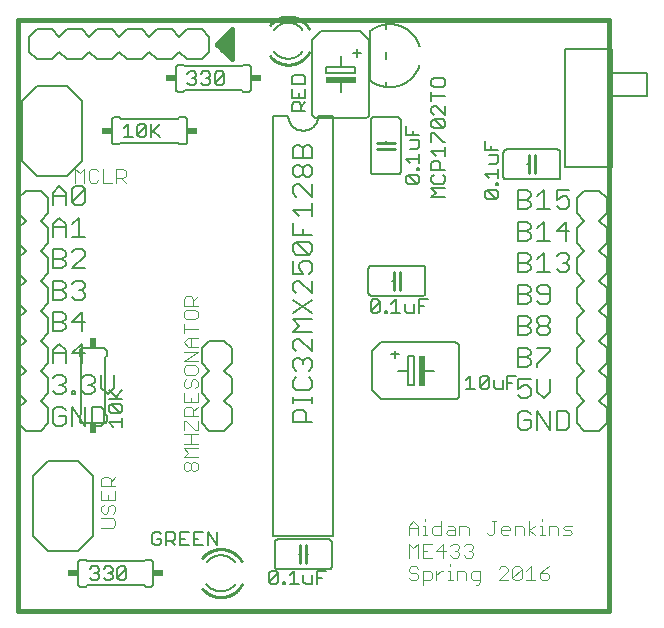
<source format=gto>
G75*
%MOIN*%
%OFA0B0*%
%FSLAX25Y25*%
%IPPOS*%
%LPD*%
%AMOC8*
5,1,8,0,0,1.08239X$1,22.5*
%
%ADD10C,0.01600*%
%ADD11C,0.00400*%
%ADD12C,0.00600*%
%ADD13R,0.10000X0.02000*%
%ADD14R,0.02000X0.10000*%
%ADD15C,0.00500*%
%ADD16C,0.01000*%
%ADD17C,0.00800*%
%ADD18R,0.03400X0.02400*%
%ADD19R,0.02400X0.03400*%
%ADD20C,0.00700*%
D10*
X0021800Y0021800D02*
X0218650Y0021800D01*
X0218650Y0218650D01*
X0021800Y0218650D01*
X0021800Y0021800D01*
X0093050Y0205550D02*
X0088050Y0210550D01*
X0093050Y0215550D01*
X0093050Y0205550D01*
X0088050Y0210550D01*
X0093050Y0215550D01*
X0093050Y0205550D01*
X0093050Y0205629D02*
X0092971Y0205629D01*
X0093050Y0205629D01*
X0093050Y0207227D02*
X0091373Y0207227D01*
X0093050Y0207227D01*
X0093050Y0208826D02*
X0089774Y0208826D01*
X0093050Y0208826D01*
X0093050Y0210424D02*
X0088176Y0210424D01*
X0093050Y0210424D01*
X0093050Y0212023D02*
X0089523Y0212023D01*
X0093050Y0212023D01*
X0093050Y0213621D02*
X0091121Y0213621D01*
X0093050Y0213621D01*
X0093050Y0215220D02*
X0092720Y0215220D01*
X0093050Y0215220D01*
D11*
X0056864Y0169104D02*
X0054562Y0169104D01*
X0054562Y0164500D01*
X0054562Y0166035D02*
X0056864Y0166035D01*
X0057631Y0166802D01*
X0057631Y0168337D01*
X0056864Y0169104D01*
X0056096Y0166035D02*
X0057631Y0164500D01*
X0053027Y0164500D02*
X0049958Y0164500D01*
X0049958Y0169104D01*
X0048423Y0168337D02*
X0047656Y0169104D01*
X0046121Y0169104D01*
X0045354Y0168337D01*
X0045354Y0165267D01*
X0046121Y0164500D01*
X0047656Y0164500D01*
X0048423Y0165267D01*
X0043819Y0164500D02*
X0043819Y0169104D01*
X0042285Y0167569D01*
X0040750Y0169104D01*
X0040750Y0164500D01*
X0077763Y0126566D02*
X0079298Y0126566D01*
X0080065Y0125799D01*
X0080065Y0123497D01*
X0080065Y0125032D02*
X0081600Y0126566D01*
X0081600Y0123497D02*
X0076996Y0123497D01*
X0076996Y0125799D01*
X0077763Y0126566D01*
X0077763Y0121962D02*
X0076996Y0121195D01*
X0076996Y0119660D01*
X0077763Y0118893D01*
X0080833Y0118893D01*
X0081600Y0119660D01*
X0081600Y0121195D01*
X0080833Y0121962D01*
X0077763Y0121962D01*
X0076996Y0117359D02*
X0076996Y0114289D01*
X0076996Y0115824D02*
X0081600Y0115824D01*
X0081600Y0112755D02*
X0078531Y0112755D01*
X0076996Y0111220D01*
X0078531Y0109685D01*
X0081600Y0109685D01*
X0081600Y0108151D02*
X0076996Y0108151D01*
X0079298Y0109685D02*
X0079298Y0112755D01*
X0081600Y0108151D02*
X0076996Y0105081D01*
X0081600Y0105081D01*
X0080833Y0103547D02*
X0077763Y0103547D01*
X0076996Y0102779D01*
X0076996Y0101245D01*
X0077763Y0100477D01*
X0080833Y0100477D01*
X0081600Y0101245D01*
X0081600Y0102779D01*
X0080833Y0103547D01*
X0080833Y0098943D02*
X0081600Y0098176D01*
X0081600Y0096641D01*
X0080833Y0095874D01*
X0079298Y0096641D02*
X0079298Y0098176D01*
X0080065Y0098943D01*
X0080833Y0098943D01*
X0079298Y0096641D02*
X0078531Y0095874D01*
X0077763Y0095874D01*
X0076996Y0096641D01*
X0076996Y0098176D01*
X0077763Y0098943D01*
X0076996Y0094339D02*
X0076996Y0091270D01*
X0081600Y0091270D01*
X0081600Y0094339D01*
X0079298Y0092804D02*
X0079298Y0091270D01*
X0079298Y0089735D02*
X0080065Y0088968D01*
X0080065Y0086666D01*
X0080065Y0088200D02*
X0081600Y0089735D01*
X0079298Y0089735D02*
X0077763Y0089735D01*
X0076996Y0088968D01*
X0076996Y0086666D01*
X0081600Y0086666D01*
X0081600Y0085131D02*
X0081600Y0082062D01*
X0080833Y0082062D01*
X0077763Y0085131D01*
X0076996Y0085131D01*
X0076996Y0082062D01*
X0076996Y0080527D02*
X0081600Y0080527D01*
X0079298Y0080527D02*
X0079298Y0077458D01*
X0081600Y0077458D02*
X0076996Y0077458D01*
X0076996Y0075923D02*
X0081600Y0075923D01*
X0081600Y0072854D02*
X0076996Y0072854D01*
X0078531Y0074389D01*
X0076996Y0075923D01*
X0077763Y0071319D02*
X0078531Y0071319D01*
X0079298Y0070552D01*
X0079298Y0069017D01*
X0078531Y0068250D01*
X0077763Y0068250D01*
X0076996Y0069017D01*
X0076996Y0070552D01*
X0077763Y0071319D01*
X0079298Y0070552D02*
X0080065Y0071319D01*
X0080833Y0071319D01*
X0081600Y0070552D01*
X0081600Y0069017D01*
X0080833Y0068250D01*
X0080065Y0068250D01*
X0079298Y0069017D01*
X0054100Y0066381D02*
X0052565Y0064846D01*
X0052565Y0065614D02*
X0052565Y0063312D01*
X0054100Y0063312D02*
X0049496Y0063312D01*
X0049496Y0065614D01*
X0050263Y0066381D01*
X0051798Y0066381D01*
X0052565Y0065614D01*
X0054100Y0061777D02*
X0054100Y0058708D01*
X0049496Y0058708D01*
X0049496Y0061777D01*
X0051798Y0060242D02*
X0051798Y0058708D01*
X0052565Y0057173D02*
X0053333Y0057173D01*
X0054100Y0056406D01*
X0054100Y0054871D01*
X0053333Y0054104D01*
X0053333Y0052569D02*
X0049496Y0052569D01*
X0050263Y0054104D02*
X0051031Y0054104D01*
X0051798Y0054871D01*
X0051798Y0056406D01*
X0052565Y0057173D01*
X0050263Y0057173D02*
X0049496Y0056406D01*
X0049496Y0054871D01*
X0050263Y0054104D01*
X0053333Y0052569D02*
X0054100Y0051802D01*
X0054100Y0050267D01*
X0053333Y0049500D01*
X0049496Y0049500D01*
X0152000Y0049302D02*
X0155069Y0049302D01*
X0155069Y0050069D02*
X0155069Y0047000D01*
X0156604Y0047000D02*
X0158139Y0047000D01*
X0157371Y0047000D02*
X0157371Y0050069D01*
X0156604Y0050069D01*
X0155069Y0050069D02*
X0153535Y0051604D01*
X0152000Y0050069D01*
X0152000Y0047000D01*
X0152000Y0044104D02*
X0153535Y0042569D01*
X0155069Y0044104D01*
X0155069Y0039500D01*
X0156604Y0039500D02*
X0159673Y0039500D01*
X0158139Y0041802D02*
X0156604Y0041802D01*
X0156604Y0044104D02*
X0156604Y0039500D01*
X0154302Y0036604D02*
X0152767Y0036604D01*
X0152000Y0035837D01*
X0152000Y0035069D01*
X0152767Y0034302D01*
X0154302Y0034302D01*
X0155069Y0033535D01*
X0155069Y0032767D01*
X0154302Y0032000D01*
X0152767Y0032000D01*
X0152000Y0032767D01*
X0155069Y0035837D02*
X0154302Y0036604D01*
X0156604Y0035069D02*
X0158906Y0035069D01*
X0159673Y0034302D01*
X0159673Y0032767D01*
X0158906Y0032000D01*
X0156604Y0032000D01*
X0156604Y0030465D02*
X0156604Y0035069D01*
X0161208Y0035069D02*
X0161208Y0032000D01*
X0161208Y0033535D02*
X0162742Y0035069D01*
X0163510Y0035069D01*
X0165044Y0035069D02*
X0165812Y0035069D01*
X0165812Y0032000D01*
X0166579Y0032000D02*
X0165044Y0032000D01*
X0168114Y0032000D02*
X0168114Y0035069D01*
X0170416Y0035069D01*
X0171183Y0034302D01*
X0171183Y0032000D01*
X0172718Y0032767D02*
X0172718Y0034302D01*
X0173485Y0035069D01*
X0175787Y0035069D01*
X0175787Y0031233D01*
X0175020Y0030465D01*
X0174252Y0030465D01*
X0173485Y0032000D02*
X0175787Y0032000D01*
X0173485Y0032000D02*
X0172718Y0032767D01*
X0172718Y0039500D02*
X0171183Y0039500D01*
X0170416Y0040267D01*
X0168881Y0040267D02*
X0168881Y0041035D01*
X0168114Y0041802D01*
X0167346Y0041802D01*
X0168114Y0041802D02*
X0168881Y0042569D01*
X0168881Y0043337D01*
X0168114Y0044104D01*
X0166579Y0044104D01*
X0165812Y0043337D01*
X0164277Y0041802D02*
X0161208Y0041802D01*
X0163510Y0044104D01*
X0163510Y0039500D01*
X0165812Y0040267D02*
X0166579Y0039500D01*
X0168114Y0039500D01*
X0168881Y0040267D01*
X0171950Y0041802D02*
X0172718Y0041802D01*
X0173485Y0041035D01*
X0173485Y0040267D01*
X0172718Y0039500D01*
X0172718Y0041802D02*
X0173485Y0042569D01*
X0173485Y0043337D01*
X0172718Y0044104D01*
X0171183Y0044104D01*
X0170416Y0043337D01*
X0171950Y0047000D02*
X0171950Y0049302D01*
X0171183Y0050069D01*
X0168881Y0050069D01*
X0168881Y0047000D01*
X0167346Y0047000D02*
X0167346Y0049302D01*
X0166579Y0050069D01*
X0165044Y0050069D01*
X0165044Y0048535D02*
X0167346Y0048535D01*
X0167346Y0047000D02*
X0165044Y0047000D01*
X0164277Y0047767D01*
X0165044Y0048535D01*
X0162742Y0050069D02*
X0160441Y0050069D01*
X0159673Y0049302D01*
X0159673Y0047767D01*
X0160441Y0047000D01*
X0162742Y0047000D01*
X0162742Y0051604D01*
X0157371Y0051604D02*
X0157371Y0052371D01*
X0156604Y0044104D02*
X0159673Y0044104D01*
X0152000Y0044104D02*
X0152000Y0039500D01*
X0165812Y0037371D02*
X0165812Y0036604D01*
X0178089Y0047767D02*
X0178856Y0047000D01*
X0179624Y0047000D01*
X0180391Y0047767D01*
X0180391Y0051604D01*
X0179624Y0051604D02*
X0181158Y0051604D01*
X0182693Y0049302D02*
X0183460Y0050069D01*
X0184995Y0050069D01*
X0185762Y0049302D01*
X0185762Y0048535D01*
X0182693Y0048535D01*
X0182693Y0049302D02*
X0182693Y0047767D01*
X0183460Y0047000D01*
X0184995Y0047000D01*
X0187297Y0047000D02*
X0187297Y0050069D01*
X0189599Y0050069D01*
X0190366Y0049302D01*
X0190366Y0047000D01*
X0191901Y0047000D02*
X0191901Y0051604D01*
X0194203Y0050069D02*
X0191901Y0048535D01*
X0194203Y0047000D01*
X0195737Y0047000D02*
X0197272Y0047000D01*
X0196505Y0047000D02*
X0196505Y0050069D01*
X0195737Y0050069D01*
X0196505Y0051604D02*
X0196505Y0052371D01*
X0198807Y0050069D02*
X0201109Y0050069D01*
X0201876Y0049302D01*
X0201876Y0047000D01*
X0203410Y0047000D02*
X0205712Y0047000D01*
X0206480Y0047767D01*
X0205712Y0048535D01*
X0204178Y0048535D01*
X0203410Y0049302D01*
X0204178Y0050069D01*
X0206480Y0050069D01*
X0198807Y0050069D02*
X0198807Y0047000D01*
X0198807Y0036604D02*
X0197272Y0035837D01*
X0195737Y0034302D01*
X0198039Y0034302D01*
X0198807Y0033535D01*
X0198807Y0032767D01*
X0198039Y0032000D01*
X0196505Y0032000D01*
X0195737Y0032767D01*
X0195737Y0034302D01*
X0194203Y0032000D02*
X0191133Y0032000D01*
X0192668Y0032000D02*
X0192668Y0036604D01*
X0191133Y0035069D01*
X0189599Y0035837D02*
X0189599Y0032767D01*
X0188831Y0032000D01*
X0187297Y0032000D01*
X0186529Y0032767D01*
X0189599Y0035837D01*
X0188831Y0036604D01*
X0187297Y0036604D01*
X0186529Y0035837D01*
X0186529Y0032767D01*
X0184995Y0032000D02*
X0181926Y0032000D01*
X0184995Y0035069D01*
X0184995Y0035837D01*
X0184227Y0036604D01*
X0182693Y0036604D01*
X0181926Y0035837D01*
D12*
X0189418Y0082100D02*
X0191553Y0082100D01*
X0192620Y0083168D01*
X0192620Y0085303D01*
X0190485Y0085303D01*
X0188350Y0087438D02*
X0188350Y0083168D01*
X0189418Y0082100D01*
X0194795Y0082100D02*
X0194795Y0088505D01*
X0199066Y0082100D01*
X0199066Y0088505D01*
X0201241Y0088505D02*
X0204444Y0088505D01*
X0205511Y0087438D01*
X0205511Y0083168D01*
X0204444Y0082100D01*
X0201241Y0082100D01*
X0201241Y0088505D01*
X0196931Y0092600D02*
X0199066Y0094735D01*
X0199066Y0099005D01*
X0194795Y0099005D02*
X0194795Y0094735D01*
X0196931Y0092600D01*
X0192620Y0093668D02*
X0191553Y0092600D01*
X0189418Y0092600D01*
X0188350Y0093668D01*
X0188350Y0095803D02*
X0190485Y0096870D01*
X0191553Y0096870D01*
X0192620Y0095803D01*
X0192620Y0093668D01*
X0188350Y0095803D02*
X0188350Y0099005D01*
X0192620Y0099005D01*
X0191553Y0103100D02*
X0188350Y0103100D01*
X0188350Y0109505D01*
X0191553Y0109505D01*
X0192620Y0108438D01*
X0192620Y0107370D01*
X0191553Y0106303D01*
X0188350Y0106303D01*
X0191553Y0106303D02*
X0192620Y0105235D01*
X0192620Y0104168D01*
X0191553Y0103100D01*
X0194795Y0103100D02*
X0194795Y0104168D01*
X0199066Y0108438D01*
X0199066Y0109505D01*
X0194795Y0109505D01*
X0195863Y0113600D02*
X0194795Y0114668D01*
X0194795Y0115735D01*
X0195863Y0116803D01*
X0197998Y0116803D01*
X0199066Y0115735D01*
X0199066Y0114668D01*
X0197998Y0113600D01*
X0195863Y0113600D01*
X0195863Y0116803D02*
X0194795Y0117870D01*
X0194795Y0118938D01*
X0195863Y0120005D01*
X0197998Y0120005D01*
X0199066Y0118938D01*
X0199066Y0117870D01*
X0197998Y0116803D01*
X0197998Y0124100D02*
X0195863Y0124100D01*
X0194795Y0125168D01*
X0192620Y0125168D02*
X0191553Y0124100D01*
X0188350Y0124100D01*
X0188350Y0130505D01*
X0191553Y0130505D01*
X0192620Y0129438D01*
X0192620Y0128370D01*
X0191553Y0127303D01*
X0188350Y0127303D01*
X0191553Y0127303D02*
X0192620Y0126235D01*
X0192620Y0125168D01*
X0194795Y0128370D02*
X0195863Y0127303D01*
X0199066Y0127303D01*
X0199066Y0125168D02*
X0199066Y0129438D01*
X0197998Y0130505D01*
X0195863Y0130505D01*
X0194795Y0129438D01*
X0194795Y0128370D01*
X0197998Y0124100D02*
X0199066Y0125168D01*
X0192620Y0118938D02*
X0192620Y0117870D01*
X0191553Y0116803D01*
X0188350Y0116803D01*
X0188350Y0120005D02*
X0191553Y0120005D01*
X0192620Y0118938D01*
X0191553Y0116803D02*
X0192620Y0115735D01*
X0192620Y0114668D01*
X0191553Y0113600D01*
X0188350Y0113600D01*
X0188350Y0120005D01*
X0188350Y0134600D02*
X0191553Y0134600D01*
X0192620Y0135668D01*
X0192620Y0136735D01*
X0191553Y0137803D01*
X0188350Y0137803D01*
X0188350Y0141005D02*
X0188350Y0134600D01*
X0191553Y0137803D02*
X0192620Y0138870D01*
X0192620Y0139938D01*
X0191553Y0141005D01*
X0188350Y0141005D01*
X0188350Y0145100D02*
X0191553Y0145100D01*
X0192620Y0146168D01*
X0192620Y0147235D01*
X0191553Y0148303D01*
X0188350Y0148303D01*
X0188350Y0151505D02*
X0188350Y0145100D01*
X0191553Y0148303D02*
X0192620Y0149370D01*
X0192620Y0150438D01*
X0191553Y0151505D01*
X0188350Y0151505D01*
X0188350Y0155600D02*
X0191553Y0155600D01*
X0192620Y0156668D01*
X0192620Y0157735D01*
X0191553Y0158803D01*
X0188350Y0158803D01*
X0188350Y0162005D02*
X0188350Y0155600D01*
X0191553Y0158803D02*
X0192620Y0159870D01*
X0192620Y0160938D01*
X0191553Y0162005D01*
X0188350Y0162005D01*
X0184550Y0165550D02*
X0201550Y0165550D01*
X0201610Y0165552D01*
X0201671Y0165557D01*
X0201730Y0165566D01*
X0201789Y0165579D01*
X0201848Y0165595D01*
X0201905Y0165615D01*
X0201960Y0165638D01*
X0202015Y0165665D01*
X0202067Y0165694D01*
X0202118Y0165727D01*
X0202167Y0165763D01*
X0202213Y0165801D01*
X0202257Y0165843D01*
X0202299Y0165887D01*
X0202337Y0165933D01*
X0202373Y0165982D01*
X0202406Y0166033D01*
X0202435Y0166085D01*
X0202462Y0166140D01*
X0202485Y0166195D01*
X0202505Y0166252D01*
X0202521Y0166311D01*
X0202534Y0166370D01*
X0202543Y0166429D01*
X0202548Y0166490D01*
X0202550Y0166550D01*
X0202550Y0174550D01*
X0202548Y0174610D01*
X0202543Y0174671D01*
X0202534Y0174730D01*
X0202521Y0174789D01*
X0202505Y0174848D01*
X0202485Y0174905D01*
X0202462Y0174960D01*
X0202435Y0175015D01*
X0202406Y0175067D01*
X0202373Y0175118D01*
X0202337Y0175167D01*
X0202299Y0175213D01*
X0202257Y0175257D01*
X0202213Y0175299D01*
X0202167Y0175337D01*
X0202118Y0175373D01*
X0202067Y0175406D01*
X0202015Y0175435D01*
X0201960Y0175462D01*
X0201905Y0175485D01*
X0201848Y0175505D01*
X0201789Y0175521D01*
X0201730Y0175534D01*
X0201671Y0175543D01*
X0201610Y0175548D01*
X0201550Y0175550D01*
X0184550Y0175550D01*
X0184490Y0175548D01*
X0184429Y0175543D01*
X0184370Y0175534D01*
X0184311Y0175521D01*
X0184252Y0175505D01*
X0184195Y0175485D01*
X0184140Y0175462D01*
X0184085Y0175435D01*
X0184033Y0175406D01*
X0183982Y0175373D01*
X0183933Y0175337D01*
X0183887Y0175299D01*
X0183843Y0175257D01*
X0183801Y0175213D01*
X0183763Y0175167D01*
X0183727Y0175118D01*
X0183694Y0175067D01*
X0183665Y0175015D01*
X0183638Y0174960D01*
X0183615Y0174905D01*
X0183595Y0174848D01*
X0183579Y0174789D01*
X0183566Y0174730D01*
X0183557Y0174671D01*
X0183552Y0174610D01*
X0183550Y0174550D01*
X0183550Y0166550D01*
X0183552Y0166490D01*
X0183557Y0166429D01*
X0183566Y0166370D01*
X0183579Y0166311D01*
X0183595Y0166252D01*
X0183615Y0166195D01*
X0183638Y0166140D01*
X0183665Y0166085D01*
X0183694Y0166033D01*
X0183727Y0165982D01*
X0183763Y0165933D01*
X0183801Y0165887D01*
X0183843Y0165843D01*
X0183887Y0165801D01*
X0183933Y0165763D01*
X0183982Y0165727D01*
X0184033Y0165694D01*
X0184085Y0165665D01*
X0184140Y0165638D01*
X0184195Y0165615D01*
X0184252Y0165595D01*
X0184311Y0165579D01*
X0184370Y0165566D01*
X0184429Y0165557D01*
X0184490Y0165552D01*
X0184550Y0165550D01*
X0191550Y0170550D02*
X0192050Y0170550D01*
X0194050Y0170550D02*
X0194550Y0170550D01*
X0196931Y0162005D02*
X0194795Y0159870D01*
X0196931Y0162005D02*
X0196931Y0155600D01*
X0199066Y0155600D02*
X0194795Y0155600D01*
X0196931Y0151505D02*
X0196931Y0145100D01*
X0199066Y0145100D02*
X0194795Y0145100D01*
X0194795Y0149370D02*
X0196931Y0151505D01*
X0201241Y0148303D02*
X0205511Y0148303D01*
X0204444Y0151505D02*
X0204444Y0145100D01*
X0201241Y0148303D02*
X0204444Y0151505D01*
X0204444Y0155600D02*
X0202309Y0155600D01*
X0201241Y0156668D01*
X0201241Y0158803D02*
X0203376Y0159870D01*
X0204444Y0159870D01*
X0205511Y0158803D01*
X0205511Y0156668D01*
X0204444Y0155600D01*
X0201241Y0158803D02*
X0201241Y0162005D01*
X0205511Y0162005D01*
X0204444Y0141005D02*
X0202309Y0141005D01*
X0201241Y0139938D01*
X0203376Y0137803D02*
X0204444Y0137803D01*
X0205511Y0136735D01*
X0205511Y0135668D01*
X0204444Y0134600D01*
X0202309Y0134600D01*
X0201241Y0135668D01*
X0199066Y0134600D02*
X0194795Y0134600D01*
X0196931Y0134600D02*
X0196931Y0141005D01*
X0194795Y0138870D01*
X0204444Y0137803D02*
X0205511Y0138870D01*
X0205511Y0139938D01*
X0204444Y0141005D01*
X0168800Y0109800D02*
X0168800Y0093800D01*
X0168798Y0093724D01*
X0168792Y0093648D01*
X0168783Y0093573D01*
X0168769Y0093498D01*
X0168752Y0093424D01*
X0168731Y0093351D01*
X0168707Y0093279D01*
X0168678Y0093208D01*
X0168647Y0093139D01*
X0168612Y0093072D01*
X0168573Y0093007D01*
X0168531Y0092943D01*
X0168486Y0092882D01*
X0168438Y0092823D01*
X0168387Y0092767D01*
X0168333Y0092713D01*
X0168277Y0092662D01*
X0168218Y0092614D01*
X0168157Y0092569D01*
X0168093Y0092527D01*
X0168028Y0092488D01*
X0167961Y0092453D01*
X0167892Y0092422D01*
X0167821Y0092393D01*
X0167749Y0092369D01*
X0167676Y0092348D01*
X0167602Y0092331D01*
X0167527Y0092317D01*
X0167452Y0092308D01*
X0167376Y0092302D01*
X0167300Y0092300D01*
X0142800Y0092300D01*
X0139800Y0095300D01*
X0139800Y0108300D01*
X0142800Y0111300D01*
X0167300Y0111300D01*
X0167376Y0111298D01*
X0167452Y0111292D01*
X0167527Y0111283D01*
X0167602Y0111269D01*
X0167676Y0111252D01*
X0167749Y0111231D01*
X0167821Y0111207D01*
X0167892Y0111178D01*
X0167961Y0111147D01*
X0168028Y0111112D01*
X0168093Y0111073D01*
X0168157Y0111031D01*
X0168218Y0110986D01*
X0168277Y0110938D01*
X0168333Y0110887D01*
X0168387Y0110833D01*
X0168438Y0110777D01*
X0168486Y0110718D01*
X0168531Y0110657D01*
X0168573Y0110593D01*
X0168612Y0110528D01*
X0168647Y0110461D01*
X0168678Y0110392D01*
X0168707Y0110321D01*
X0168731Y0110249D01*
X0168752Y0110176D01*
X0168769Y0110102D01*
X0168783Y0110027D01*
X0168792Y0109952D01*
X0168798Y0109876D01*
X0168800Y0109800D01*
X0160300Y0101800D02*
X0156800Y0101800D01*
X0151800Y0101800D02*
X0151800Y0097000D01*
X0153800Y0097000D01*
X0153800Y0106600D01*
X0151800Y0106600D01*
X0151800Y0101800D01*
X0148300Y0101800D01*
X0147300Y0105900D02*
X0147300Y0108400D01*
X0148600Y0107200D02*
X0146000Y0107200D01*
X0139550Y0126800D02*
X0156550Y0126800D01*
X0156610Y0126802D01*
X0156671Y0126807D01*
X0156730Y0126816D01*
X0156789Y0126829D01*
X0156848Y0126845D01*
X0156905Y0126865D01*
X0156960Y0126888D01*
X0157015Y0126915D01*
X0157067Y0126944D01*
X0157118Y0126977D01*
X0157167Y0127013D01*
X0157213Y0127051D01*
X0157257Y0127093D01*
X0157299Y0127137D01*
X0157337Y0127183D01*
X0157373Y0127232D01*
X0157406Y0127283D01*
X0157435Y0127335D01*
X0157462Y0127390D01*
X0157485Y0127445D01*
X0157505Y0127502D01*
X0157521Y0127561D01*
X0157534Y0127620D01*
X0157543Y0127679D01*
X0157548Y0127740D01*
X0157550Y0127800D01*
X0157550Y0135800D01*
X0157548Y0135860D01*
X0157543Y0135921D01*
X0157534Y0135980D01*
X0157521Y0136039D01*
X0157505Y0136098D01*
X0157485Y0136155D01*
X0157462Y0136210D01*
X0157435Y0136265D01*
X0157406Y0136317D01*
X0157373Y0136368D01*
X0157337Y0136417D01*
X0157299Y0136463D01*
X0157257Y0136507D01*
X0157213Y0136549D01*
X0157167Y0136587D01*
X0157118Y0136623D01*
X0157067Y0136656D01*
X0157015Y0136685D01*
X0156960Y0136712D01*
X0156905Y0136735D01*
X0156848Y0136755D01*
X0156789Y0136771D01*
X0156730Y0136784D01*
X0156671Y0136793D01*
X0156610Y0136798D01*
X0156550Y0136800D01*
X0139550Y0136800D01*
X0139490Y0136798D01*
X0139429Y0136793D01*
X0139370Y0136784D01*
X0139311Y0136771D01*
X0139252Y0136755D01*
X0139195Y0136735D01*
X0139140Y0136712D01*
X0139085Y0136685D01*
X0139033Y0136656D01*
X0138982Y0136623D01*
X0138933Y0136587D01*
X0138887Y0136549D01*
X0138843Y0136507D01*
X0138801Y0136463D01*
X0138763Y0136417D01*
X0138727Y0136368D01*
X0138694Y0136317D01*
X0138665Y0136265D01*
X0138638Y0136210D01*
X0138615Y0136155D01*
X0138595Y0136098D01*
X0138579Y0136039D01*
X0138566Y0135980D01*
X0138557Y0135921D01*
X0138552Y0135860D01*
X0138550Y0135800D01*
X0138550Y0127800D01*
X0138552Y0127740D01*
X0138557Y0127679D01*
X0138566Y0127620D01*
X0138579Y0127561D01*
X0138595Y0127502D01*
X0138615Y0127445D01*
X0138638Y0127390D01*
X0138665Y0127335D01*
X0138694Y0127283D01*
X0138727Y0127232D01*
X0138763Y0127183D01*
X0138801Y0127137D01*
X0138843Y0127093D01*
X0138887Y0127051D01*
X0138933Y0127013D01*
X0138982Y0126977D01*
X0139033Y0126944D01*
X0139085Y0126915D01*
X0139140Y0126888D01*
X0139195Y0126865D01*
X0139252Y0126845D01*
X0139311Y0126829D01*
X0139370Y0126816D01*
X0139429Y0126807D01*
X0139490Y0126802D01*
X0139550Y0126800D01*
X0146550Y0131800D02*
X0147050Y0131800D01*
X0149050Y0131800D02*
X0149550Y0131800D01*
X0148300Y0167300D02*
X0140300Y0167300D01*
X0140240Y0167302D01*
X0140179Y0167307D01*
X0140120Y0167316D01*
X0140061Y0167329D01*
X0140002Y0167345D01*
X0139945Y0167365D01*
X0139890Y0167388D01*
X0139835Y0167415D01*
X0139783Y0167444D01*
X0139732Y0167477D01*
X0139683Y0167513D01*
X0139637Y0167551D01*
X0139593Y0167593D01*
X0139551Y0167637D01*
X0139513Y0167683D01*
X0139477Y0167732D01*
X0139444Y0167783D01*
X0139415Y0167835D01*
X0139388Y0167890D01*
X0139365Y0167945D01*
X0139345Y0168002D01*
X0139329Y0168061D01*
X0139316Y0168120D01*
X0139307Y0168179D01*
X0139302Y0168240D01*
X0139300Y0168300D01*
X0139300Y0185300D01*
X0139302Y0185360D01*
X0139307Y0185421D01*
X0139316Y0185480D01*
X0139329Y0185539D01*
X0139345Y0185598D01*
X0139365Y0185655D01*
X0139388Y0185710D01*
X0139415Y0185765D01*
X0139444Y0185817D01*
X0139477Y0185868D01*
X0139513Y0185917D01*
X0139551Y0185963D01*
X0139593Y0186007D01*
X0139637Y0186049D01*
X0139683Y0186087D01*
X0139732Y0186123D01*
X0139783Y0186156D01*
X0139835Y0186185D01*
X0139890Y0186212D01*
X0139945Y0186235D01*
X0140002Y0186255D01*
X0140061Y0186271D01*
X0140120Y0186284D01*
X0140179Y0186293D01*
X0140240Y0186298D01*
X0140300Y0186300D01*
X0148300Y0186300D01*
X0148360Y0186298D01*
X0148421Y0186293D01*
X0148480Y0186284D01*
X0148539Y0186271D01*
X0148598Y0186255D01*
X0148655Y0186235D01*
X0148710Y0186212D01*
X0148765Y0186185D01*
X0148817Y0186156D01*
X0148868Y0186123D01*
X0148917Y0186087D01*
X0148963Y0186049D01*
X0149007Y0186007D01*
X0149049Y0185963D01*
X0149087Y0185917D01*
X0149123Y0185868D01*
X0149156Y0185817D01*
X0149185Y0185765D01*
X0149212Y0185710D01*
X0149235Y0185655D01*
X0149255Y0185598D01*
X0149271Y0185539D01*
X0149284Y0185480D01*
X0149293Y0185421D01*
X0149298Y0185360D01*
X0149300Y0185300D01*
X0149300Y0168300D01*
X0149298Y0168240D01*
X0149293Y0168179D01*
X0149284Y0168120D01*
X0149271Y0168061D01*
X0149255Y0168002D01*
X0149235Y0167945D01*
X0149212Y0167890D01*
X0149185Y0167835D01*
X0149156Y0167783D01*
X0149123Y0167732D01*
X0149087Y0167683D01*
X0149049Y0167637D01*
X0149007Y0167593D01*
X0148963Y0167551D01*
X0148917Y0167513D01*
X0148868Y0167477D01*
X0148817Y0167444D01*
X0148765Y0167415D01*
X0148710Y0167388D01*
X0148655Y0167365D01*
X0148598Y0167345D01*
X0148539Y0167329D01*
X0148480Y0167316D01*
X0148421Y0167307D01*
X0148360Y0167302D01*
X0148300Y0167300D01*
X0144300Y0175300D02*
X0144300Y0175800D01*
X0144300Y0177800D02*
X0144300Y0178300D01*
X0137300Y0186050D02*
X0121300Y0186050D01*
X0121800Y0186800D02*
X0126800Y0186800D01*
X0126800Y0046800D01*
X0106800Y0046800D01*
X0106800Y0186300D01*
X0106800Y0186800D02*
X0111800Y0186800D01*
X0111802Y0186660D01*
X0111808Y0186520D01*
X0111818Y0186380D01*
X0111831Y0186240D01*
X0111849Y0186101D01*
X0111871Y0185962D01*
X0111896Y0185825D01*
X0111925Y0185687D01*
X0111958Y0185551D01*
X0111995Y0185416D01*
X0112036Y0185282D01*
X0112081Y0185149D01*
X0112129Y0185017D01*
X0112181Y0184887D01*
X0112236Y0184758D01*
X0112295Y0184631D01*
X0112358Y0184505D01*
X0112424Y0184381D01*
X0112493Y0184260D01*
X0112566Y0184140D01*
X0112643Y0184022D01*
X0112722Y0183907D01*
X0112805Y0183793D01*
X0112891Y0183683D01*
X0112980Y0183574D01*
X0113072Y0183468D01*
X0113167Y0183365D01*
X0113264Y0183264D01*
X0113365Y0183167D01*
X0113468Y0183072D01*
X0113574Y0182980D01*
X0113683Y0182891D01*
X0113793Y0182805D01*
X0113907Y0182722D01*
X0114022Y0182643D01*
X0114140Y0182566D01*
X0114260Y0182493D01*
X0114381Y0182424D01*
X0114505Y0182358D01*
X0114631Y0182295D01*
X0114758Y0182236D01*
X0114887Y0182181D01*
X0115017Y0182129D01*
X0115149Y0182081D01*
X0115282Y0182036D01*
X0115416Y0181995D01*
X0115551Y0181958D01*
X0115687Y0181925D01*
X0115825Y0181896D01*
X0115962Y0181871D01*
X0116101Y0181849D01*
X0116240Y0181831D01*
X0116380Y0181818D01*
X0116520Y0181808D01*
X0116660Y0181802D01*
X0116800Y0181800D01*
X0116940Y0181802D01*
X0117080Y0181808D01*
X0117220Y0181818D01*
X0117360Y0181831D01*
X0117499Y0181849D01*
X0117638Y0181871D01*
X0117775Y0181896D01*
X0117913Y0181925D01*
X0118049Y0181958D01*
X0118184Y0181995D01*
X0118318Y0182036D01*
X0118451Y0182081D01*
X0118583Y0182129D01*
X0118713Y0182181D01*
X0118842Y0182236D01*
X0118969Y0182295D01*
X0119095Y0182358D01*
X0119219Y0182424D01*
X0119340Y0182493D01*
X0119460Y0182566D01*
X0119578Y0182643D01*
X0119693Y0182722D01*
X0119807Y0182805D01*
X0119917Y0182891D01*
X0120026Y0182980D01*
X0120132Y0183072D01*
X0120235Y0183167D01*
X0120336Y0183264D01*
X0120433Y0183365D01*
X0120528Y0183468D01*
X0120620Y0183574D01*
X0120709Y0183683D01*
X0120795Y0183793D01*
X0120878Y0183907D01*
X0120957Y0184022D01*
X0121034Y0184140D01*
X0121107Y0184260D01*
X0121176Y0184381D01*
X0121242Y0184505D01*
X0121305Y0184631D01*
X0121364Y0184758D01*
X0121419Y0184887D01*
X0121471Y0185017D01*
X0121519Y0185149D01*
X0121564Y0185282D01*
X0121605Y0185416D01*
X0121642Y0185551D01*
X0121675Y0185687D01*
X0121704Y0185825D01*
X0121729Y0185962D01*
X0121751Y0186101D01*
X0121769Y0186240D01*
X0121782Y0186380D01*
X0121792Y0186520D01*
X0121798Y0186660D01*
X0121800Y0186800D01*
X0121300Y0186050D02*
X0121224Y0186052D01*
X0121148Y0186058D01*
X0121073Y0186067D01*
X0120998Y0186081D01*
X0120924Y0186098D01*
X0120851Y0186119D01*
X0120779Y0186143D01*
X0120708Y0186172D01*
X0120639Y0186203D01*
X0120572Y0186238D01*
X0120507Y0186277D01*
X0120443Y0186319D01*
X0120382Y0186364D01*
X0120323Y0186412D01*
X0120267Y0186463D01*
X0120213Y0186517D01*
X0120162Y0186573D01*
X0120114Y0186632D01*
X0120069Y0186693D01*
X0120027Y0186757D01*
X0119988Y0186822D01*
X0119953Y0186889D01*
X0119922Y0186958D01*
X0119893Y0187029D01*
X0119869Y0187101D01*
X0119848Y0187174D01*
X0119831Y0187248D01*
X0119817Y0187323D01*
X0119808Y0187398D01*
X0119802Y0187474D01*
X0119800Y0187550D01*
X0119800Y0212050D01*
X0122800Y0215050D01*
X0135800Y0215050D01*
X0138800Y0212050D01*
X0138800Y0187550D01*
X0138798Y0187474D01*
X0138792Y0187398D01*
X0138783Y0187323D01*
X0138769Y0187248D01*
X0138752Y0187174D01*
X0138731Y0187101D01*
X0138707Y0187029D01*
X0138678Y0186958D01*
X0138647Y0186889D01*
X0138612Y0186822D01*
X0138573Y0186757D01*
X0138531Y0186693D01*
X0138486Y0186632D01*
X0138438Y0186573D01*
X0138387Y0186517D01*
X0138333Y0186463D01*
X0138277Y0186412D01*
X0138218Y0186364D01*
X0138157Y0186319D01*
X0138093Y0186277D01*
X0138028Y0186238D01*
X0137961Y0186203D01*
X0137892Y0186172D01*
X0137821Y0186143D01*
X0137749Y0186119D01*
X0137676Y0186098D01*
X0137602Y0186081D01*
X0137527Y0186067D01*
X0137452Y0186058D01*
X0137376Y0186052D01*
X0137300Y0186050D01*
X0129300Y0194550D02*
X0129300Y0198050D01*
X0124500Y0201050D02*
X0134100Y0201050D01*
X0134100Y0203050D01*
X0129300Y0203050D01*
X0124500Y0203050D01*
X0124500Y0201050D01*
X0129300Y0203050D02*
X0129300Y0206550D01*
X0133400Y0207550D02*
X0135900Y0207550D01*
X0134700Y0206250D02*
X0134700Y0208850D01*
X0111800Y0205800D02*
X0111646Y0205802D01*
X0111492Y0205808D01*
X0111338Y0205818D01*
X0111184Y0205832D01*
X0111031Y0205849D01*
X0110879Y0205871D01*
X0110727Y0205897D01*
X0110575Y0205926D01*
X0110425Y0205960D01*
X0110275Y0205997D01*
X0110127Y0206038D01*
X0109979Y0206083D01*
X0109833Y0206132D01*
X0109688Y0206184D01*
X0109545Y0206240D01*
X0109402Y0206300D01*
X0109262Y0206363D01*
X0109123Y0206430D01*
X0108986Y0206501D01*
X0108851Y0206575D01*
X0108718Y0206652D01*
X0108586Y0206733D01*
X0108457Y0206817D01*
X0108330Y0206905D01*
X0108206Y0206996D01*
X0108084Y0207089D01*
X0107964Y0207187D01*
X0107847Y0207287D01*
X0107732Y0207390D01*
X0107620Y0207496D01*
X0107511Y0207604D01*
X0107405Y0207716D01*
X0107301Y0207830D01*
X0107201Y0207947D01*
X0107103Y0208066D01*
X0107009Y0208188D01*
X0106918Y0208313D01*
X0111800Y0217800D02*
X0111952Y0217798D01*
X0112103Y0217792D01*
X0112254Y0217783D01*
X0112406Y0217769D01*
X0112556Y0217752D01*
X0112706Y0217731D01*
X0112856Y0217706D01*
X0113005Y0217678D01*
X0113153Y0217645D01*
X0113300Y0217609D01*
X0113447Y0217570D01*
X0113592Y0217526D01*
X0113736Y0217479D01*
X0113879Y0217428D01*
X0114020Y0217374D01*
X0114161Y0217316D01*
X0114299Y0217255D01*
X0114436Y0217190D01*
X0114572Y0217121D01*
X0114705Y0217050D01*
X0114837Y0216975D01*
X0114967Y0216896D01*
X0115094Y0216815D01*
X0115220Y0216730D01*
X0115344Y0216642D01*
X0115465Y0216551D01*
X0115584Y0216457D01*
X0115700Y0216359D01*
X0115814Y0216259D01*
X0115926Y0216157D01*
X0116034Y0216051D01*
X0116140Y0215943D01*
X0116244Y0215832D01*
X0116344Y0215718D01*
X0116442Y0215602D01*
X0116536Y0215483D01*
X0111800Y0217800D02*
X0111648Y0217798D01*
X0111497Y0217792D01*
X0111346Y0217783D01*
X0111194Y0217769D01*
X0111044Y0217752D01*
X0110894Y0217731D01*
X0110744Y0217706D01*
X0110595Y0217678D01*
X0110447Y0217645D01*
X0110300Y0217609D01*
X0110153Y0217570D01*
X0110008Y0217526D01*
X0109864Y0217479D01*
X0109721Y0217428D01*
X0109580Y0217374D01*
X0109439Y0217316D01*
X0109301Y0217255D01*
X0109164Y0217190D01*
X0109028Y0217121D01*
X0108895Y0217050D01*
X0108763Y0216975D01*
X0108633Y0216896D01*
X0108506Y0216815D01*
X0108380Y0216730D01*
X0108256Y0216642D01*
X0108135Y0216551D01*
X0108016Y0216457D01*
X0107900Y0216359D01*
X0107786Y0216259D01*
X0107674Y0216157D01*
X0107566Y0216051D01*
X0107460Y0215943D01*
X0107356Y0215832D01*
X0107256Y0215718D01*
X0107158Y0215602D01*
X0107064Y0215483D01*
X0111800Y0205800D02*
X0111950Y0205802D01*
X0112101Y0205808D01*
X0112251Y0205817D01*
X0112400Y0205830D01*
X0112550Y0205847D01*
X0112699Y0205868D01*
X0112847Y0205892D01*
X0112995Y0205920D01*
X0113142Y0205952D01*
X0113288Y0205987D01*
X0113433Y0206027D01*
X0113577Y0206069D01*
X0113720Y0206116D01*
X0113862Y0206166D01*
X0114003Y0206219D01*
X0114142Y0206276D01*
X0114280Y0206336D01*
X0114416Y0206400D01*
X0114550Y0206467D01*
X0114683Y0206538D01*
X0114814Y0206612D01*
X0114943Y0206689D01*
X0115070Y0206770D01*
X0115195Y0206853D01*
X0115318Y0206940D01*
X0115439Y0207029D01*
X0115557Y0207122D01*
X0115673Y0207218D01*
X0115787Y0207316D01*
X0115898Y0207417D01*
X0116007Y0207522D01*
X0116112Y0207628D01*
X0116216Y0207738D01*
X0116316Y0207850D01*
X0116414Y0207964D01*
X0116508Y0208081D01*
X0116600Y0208200D01*
X0099300Y0202800D02*
X0099300Y0195800D01*
X0099298Y0195740D01*
X0099293Y0195679D01*
X0099284Y0195620D01*
X0099271Y0195561D01*
X0099255Y0195502D01*
X0099235Y0195445D01*
X0099212Y0195390D01*
X0099185Y0195335D01*
X0099156Y0195283D01*
X0099123Y0195232D01*
X0099087Y0195183D01*
X0099049Y0195137D01*
X0099007Y0195093D01*
X0098963Y0195051D01*
X0098917Y0195013D01*
X0098868Y0194977D01*
X0098817Y0194944D01*
X0098765Y0194915D01*
X0098710Y0194888D01*
X0098655Y0194865D01*
X0098598Y0194845D01*
X0098539Y0194829D01*
X0098480Y0194816D01*
X0098421Y0194807D01*
X0098360Y0194802D01*
X0098300Y0194800D01*
X0096800Y0194800D01*
X0096300Y0195300D01*
X0077300Y0195300D01*
X0076800Y0194800D01*
X0075300Y0194800D01*
X0075240Y0194802D01*
X0075179Y0194807D01*
X0075120Y0194816D01*
X0075061Y0194829D01*
X0075002Y0194845D01*
X0074945Y0194865D01*
X0074890Y0194888D01*
X0074835Y0194915D01*
X0074783Y0194944D01*
X0074732Y0194977D01*
X0074683Y0195013D01*
X0074637Y0195051D01*
X0074593Y0195093D01*
X0074551Y0195137D01*
X0074513Y0195183D01*
X0074477Y0195232D01*
X0074444Y0195283D01*
X0074415Y0195335D01*
X0074388Y0195390D01*
X0074365Y0195445D01*
X0074345Y0195502D01*
X0074329Y0195561D01*
X0074316Y0195620D01*
X0074307Y0195679D01*
X0074302Y0195740D01*
X0074300Y0195800D01*
X0074300Y0202800D01*
X0074302Y0202860D01*
X0074307Y0202921D01*
X0074316Y0202980D01*
X0074329Y0203039D01*
X0074345Y0203098D01*
X0074365Y0203155D01*
X0074388Y0203210D01*
X0074415Y0203265D01*
X0074444Y0203317D01*
X0074477Y0203368D01*
X0074513Y0203417D01*
X0074551Y0203463D01*
X0074593Y0203507D01*
X0074637Y0203549D01*
X0074683Y0203587D01*
X0074732Y0203623D01*
X0074783Y0203656D01*
X0074835Y0203685D01*
X0074890Y0203712D01*
X0074945Y0203735D01*
X0075002Y0203755D01*
X0075061Y0203771D01*
X0075120Y0203784D01*
X0075179Y0203793D01*
X0075240Y0203798D01*
X0075300Y0203800D01*
X0076800Y0203800D01*
X0077300Y0203300D01*
X0096300Y0203300D01*
X0096800Y0203800D01*
X0098300Y0203800D01*
X0098360Y0203798D01*
X0098421Y0203793D01*
X0098480Y0203784D01*
X0098539Y0203771D01*
X0098598Y0203755D01*
X0098655Y0203735D01*
X0098710Y0203712D01*
X0098765Y0203685D01*
X0098817Y0203656D01*
X0098868Y0203623D01*
X0098917Y0203587D01*
X0098963Y0203549D01*
X0099007Y0203507D01*
X0099049Y0203463D01*
X0099087Y0203417D01*
X0099123Y0203368D01*
X0099156Y0203317D01*
X0099185Y0203265D01*
X0099212Y0203210D01*
X0099235Y0203155D01*
X0099255Y0203098D01*
X0099271Y0203039D01*
X0099284Y0202980D01*
X0099293Y0202921D01*
X0099298Y0202860D01*
X0099300Y0202800D01*
X0078050Y0185300D02*
X0078050Y0178300D01*
X0078048Y0178240D01*
X0078043Y0178179D01*
X0078034Y0178120D01*
X0078021Y0178061D01*
X0078005Y0178002D01*
X0077985Y0177945D01*
X0077962Y0177890D01*
X0077935Y0177835D01*
X0077906Y0177783D01*
X0077873Y0177732D01*
X0077837Y0177683D01*
X0077799Y0177637D01*
X0077757Y0177593D01*
X0077713Y0177551D01*
X0077667Y0177513D01*
X0077618Y0177477D01*
X0077567Y0177444D01*
X0077515Y0177415D01*
X0077460Y0177388D01*
X0077405Y0177365D01*
X0077348Y0177345D01*
X0077289Y0177329D01*
X0077230Y0177316D01*
X0077171Y0177307D01*
X0077110Y0177302D01*
X0077050Y0177300D01*
X0075550Y0177300D01*
X0075050Y0177800D01*
X0056050Y0177800D01*
X0055550Y0177300D01*
X0054050Y0177300D01*
X0053990Y0177302D01*
X0053929Y0177307D01*
X0053870Y0177316D01*
X0053811Y0177329D01*
X0053752Y0177345D01*
X0053695Y0177365D01*
X0053640Y0177388D01*
X0053585Y0177415D01*
X0053533Y0177444D01*
X0053482Y0177477D01*
X0053433Y0177513D01*
X0053387Y0177551D01*
X0053343Y0177593D01*
X0053301Y0177637D01*
X0053263Y0177683D01*
X0053227Y0177732D01*
X0053194Y0177783D01*
X0053165Y0177835D01*
X0053138Y0177890D01*
X0053115Y0177945D01*
X0053095Y0178002D01*
X0053079Y0178061D01*
X0053066Y0178120D01*
X0053057Y0178179D01*
X0053052Y0178240D01*
X0053050Y0178300D01*
X0053050Y0185300D01*
X0053052Y0185360D01*
X0053057Y0185421D01*
X0053066Y0185480D01*
X0053079Y0185539D01*
X0053095Y0185598D01*
X0053115Y0185655D01*
X0053138Y0185710D01*
X0053165Y0185765D01*
X0053194Y0185817D01*
X0053227Y0185868D01*
X0053263Y0185917D01*
X0053301Y0185963D01*
X0053343Y0186007D01*
X0053387Y0186049D01*
X0053433Y0186087D01*
X0053482Y0186123D01*
X0053533Y0186156D01*
X0053585Y0186185D01*
X0053640Y0186212D01*
X0053695Y0186235D01*
X0053752Y0186255D01*
X0053811Y0186271D01*
X0053870Y0186284D01*
X0053929Y0186293D01*
X0053990Y0186298D01*
X0054050Y0186300D01*
X0055550Y0186300D01*
X0056050Y0185800D01*
X0075050Y0185800D01*
X0075550Y0186300D01*
X0077050Y0186300D01*
X0077110Y0186298D01*
X0077171Y0186293D01*
X0077230Y0186284D01*
X0077289Y0186271D01*
X0077348Y0186255D01*
X0077405Y0186235D01*
X0077460Y0186212D01*
X0077515Y0186185D01*
X0077567Y0186156D01*
X0077618Y0186123D01*
X0077667Y0186087D01*
X0077713Y0186049D01*
X0077757Y0186007D01*
X0077799Y0185963D01*
X0077837Y0185917D01*
X0077873Y0185868D01*
X0077906Y0185817D01*
X0077935Y0185765D01*
X0077962Y0185710D01*
X0077985Y0185655D01*
X0078005Y0185598D01*
X0078021Y0185539D01*
X0078034Y0185480D01*
X0078043Y0185421D01*
X0078048Y0185360D01*
X0078050Y0185300D01*
X0044066Y0162188D02*
X0044066Y0157918D01*
X0042998Y0156850D01*
X0040863Y0156850D01*
X0039795Y0157918D01*
X0044066Y0162188D01*
X0042998Y0163255D01*
X0040863Y0163255D01*
X0039795Y0162188D01*
X0039795Y0157918D01*
X0037620Y0156850D02*
X0037620Y0161120D01*
X0035485Y0163255D01*
X0033350Y0161120D01*
X0033350Y0156850D01*
X0035485Y0152755D02*
X0037620Y0150620D01*
X0037620Y0146350D01*
X0039795Y0146350D02*
X0044066Y0146350D01*
X0041931Y0146350D02*
X0041931Y0152755D01*
X0039795Y0150620D01*
X0037620Y0149553D02*
X0033350Y0149553D01*
X0033350Y0150620D02*
X0033350Y0146350D01*
X0033350Y0142255D02*
X0036553Y0142255D01*
X0037620Y0141188D01*
X0037620Y0140120D01*
X0036553Y0139053D01*
X0033350Y0139053D01*
X0033350Y0142255D02*
X0033350Y0135850D01*
X0036553Y0135850D01*
X0037620Y0136918D01*
X0037620Y0137985D01*
X0036553Y0139053D01*
X0039795Y0141188D02*
X0040863Y0142255D01*
X0042998Y0142255D01*
X0044066Y0141188D01*
X0044066Y0140120D01*
X0039795Y0135850D01*
X0044066Y0135850D01*
X0042998Y0131755D02*
X0044066Y0130688D01*
X0044066Y0129620D01*
X0042998Y0128553D01*
X0044066Y0127485D01*
X0044066Y0126418D01*
X0042998Y0125350D01*
X0040863Y0125350D01*
X0039795Y0126418D01*
X0037620Y0126418D02*
X0037620Y0127485D01*
X0036553Y0128553D01*
X0033350Y0128553D01*
X0033350Y0131755D02*
X0033350Y0125350D01*
X0036553Y0125350D01*
X0037620Y0126418D01*
X0036553Y0128553D02*
X0037620Y0129620D01*
X0037620Y0130688D01*
X0036553Y0131755D01*
X0033350Y0131755D01*
X0039795Y0130688D02*
X0040863Y0131755D01*
X0042998Y0131755D01*
X0042998Y0128553D02*
X0041931Y0128553D01*
X0042998Y0121255D02*
X0039795Y0118053D01*
X0044066Y0118053D01*
X0042998Y0121255D02*
X0042998Y0114850D01*
X0042998Y0110755D02*
X0039795Y0107553D01*
X0044066Y0107553D01*
X0043300Y0109300D02*
X0043240Y0109298D01*
X0043179Y0109293D01*
X0043120Y0109284D01*
X0043061Y0109271D01*
X0043002Y0109255D01*
X0042945Y0109235D01*
X0042890Y0109212D01*
X0042835Y0109185D01*
X0042783Y0109156D01*
X0042732Y0109123D01*
X0042683Y0109087D01*
X0042637Y0109049D01*
X0042593Y0109007D01*
X0042551Y0108963D01*
X0042513Y0108917D01*
X0042477Y0108868D01*
X0042444Y0108817D01*
X0042415Y0108765D01*
X0042388Y0108710D01*
X0042365Y0108655D01*
X0042345Y0108598D01*
X0042329Y0108539D01*
X0042316Y0108480D01*
X0042307Y0108421D01*
X0042302Y0108360D01*
X0042300Y0108300D01*
X0042300Y0106800D01*
X0042800Y0106300D01*
X0042800Y0087300D01*
X0042300Y0086800D01*
X0042300Y0085300D01*
X0042302Y0085240D01*
X0042307Y0085179D01*
X0042316Y0085120D01*
X0042329Y0085061D01*
X0042345Y0085002D01*
X0042365Y0084945D01*
X0042388Y0084890D01*
X0042415Y0084835D01*
X0042444Y0084783D01*
X0042477Y0084732D01*
X0042513Y0084683D01*
X0042551Y0084637D01*
X0042593Y0084593D01*
X0042637Y0084551D01*
X0042683Y0084513D01*
X0042732Y0084477D01*
X0042783Y0084444D01*
X0042835Y0084415D01*
X0042890Y0084388D01*
X0042945Y0084365D01*
X0043002Y0084345D01*
X0043061Y0084329D01*
X0043120Y0084316D01*
X0043179Y0084307D01*
X0043240Y0084302D01*
X0043300Y0084300D01*
X0050300Y0084300D01*
X0050511Y0084418D02*
X0050511Y0088688D01*
X0049444Y0089755D01*
X0046241Y0089755D01*
X0046241Y0083350D01*
X0049444Y0083350D01*
X0050511Y0084418D01*
X0050300Y0084300D02*
X0050360Y0084302D01*
X0050421Y0084307D01*
X0050480Y0084316D01*
X0050539Y0084329D01*
X0050598Y0084345D01*
X0050655Y0084365D01*
X0050710Y0084388D01*
X0050765Y0084415D01*
X0050817Y0084444D01*
X0050868Y0084477D01*
X0050917Y0084513D01*
X0050963Y0084551D01*
X0051007Y0084593D01*
X0051049Y0084637D01*
X0051087Y0084683D01*
X0051123Y0084732D01*
X0051156Y0084783D01*
X0051185Y0084835D01*
X0051212Y0084890D01*
X0051235Y0084945D01*
X0051255Y0085002D01*
X0051271Y0085061D01*
X0051284Y0085120D01*
X0051293Y0085179D01*
X0051298Y0085240D01*
X0051300Y0085300D01*
X0051300Y0086800D01*
X0050800Y0087300D01*
X0050800Y0106300D01*
X0051300Y0106800D01*
X0051300Y0108300D01*
X0051298Y0108360D01*
X0051293Y0108421D01*
X0051284Y0108480D01*
X0051271Y0108539D01*
X0051255Y0108598D01*
X0051235Y0108655D01*
X0051212Y0108710D01*
X0051185Y0108765D01*
X0051156Y0108817D01*
X0051123Y0108868D01*
X0051087Y0108917D01*
X0051049Y0108963D01*
X0051007Y0109007D01*
X0050963Y0109049D01*
X0050917Y0109087D01*
X0050868Y0109123D01*
X0050817Y0109156D01*
X0050765Y0109185D01*
X0050710Y0109212D01*
X0050655Y0109235D01*
X0050598Y0109255D01*
X0050539Y0109271D01*
X0050480Y0109284D01*
X0050421Y0109293D01*
X0050360Y0109298D01*
X0050300Y0109300D01*
X0043300Y0109300D01*
X0042998Y0110755D02*
X0042998Y0104350D01*
X0044086Y0100255D02*
X0043018Y0099188D01*
X0044086Y0100255D02*
X0046221Y0100255D01*
X0047289Y0099188D01*
X0047289Y0098120D01*
X0046221Y0097053D01*
X0047289Y0095985D01*
X0047289Y0094918D01*
X0046221Y0093850D01*
X0044086Y0093850D01*
X0043018Y0094918D01*
X0040863Y0094918D02*
X0040863Y0093850D01*
X0039795Y0093850D01*
X0039795Y0094918D01*
X0040863Y0094918D01*
X0045153Y0097053D02*
X0046221Y0097053D01*
X0049464Y0095985D02*
X0051599Y0093850D01*
X0053734Y0095985D01*
X0053734Y0100255D01*
X0049464Y0100255D02*
X0049464Y0095985D01*
X0044066Y0089755D02*
X0044066Y0083350D01*
X0039795Y0089755D01*
X0039795Y0083350D01*
X0037620Y0084418D02*
X0037620Y0086553D01*
X0035485Y0086553D01*
X0033350Y0088688D02*
X0033350Y0084418D01*
X0034418Y0083350D01*
X0036553Y0083350D01*
X0037620Y0084418D01*
X0037620Y0088688D02*
X0036553Y0089755D01*
X0034418Y0089755D01*
X0033350Y0088688D01*
X0034418Y0093850D02*
X0033350Y0094918D01*
X0034418Y0093850D02*
X0036553Y0093850D01*
X0037620Y0094918D01*
X0037620Y0095985D01*
X0036553Y0097053D01*
X0035485Y0097053D01*
X0036553Y0097053D02*
X0037620Y0098120D01*
X0037620Y0099188D01*
X0036553Y0100255D01*
X0034418Y0100255D01*
X0033350Y0099188D01*
X0033350Y0104350D02*
X0033350Y0108620D01*
X0035485Y0110755D01*
X0037620Y0108620D01*
X0037620Y0104350D01*
X0037620Y0107553D02*
X0033350Y0107553D01*
X0033350Y0114850D02*
X0036553Y0114850D01*
X0037620Y0115918D01*
X0037620Y0116985D01*
X0036553Y0118053D01*
X0033350Y0118053D01*
X0033350Y0121255D02*
X0033350Y0114850D01*
X0036553Y0118053D02*
X0037620Y0119120D01*
X0037620Y0120188D01*
X0036553Y0121255D01*
X0033350Y0121255D01*
X0033350Y0150620D02*
X0035485Y0152755D01*
X0033350Y0160053D02*
X0037620Y0160053D01*
X0108300Y0045550D02*
X0125300Y0045550D01*
X0125360Y0045548D01*
X0125421Y0045543D01*
X0125480Y0045534D01*
X0125539Y0045521D01*
X0125598Y0045505D01*
X0125655Y0045485D01*
X0125710Y0045462D01*
X0125765Y0045435D01*
X0125817Y0045406D01*
X0125868Y0045373D01*
X0125917Y0045337D01*
X0125963Y0045299D01*
X0126007Y0045257D01*
X0126049Y0045213D01*
X0126087Y0045167D01*
X0126123Y0045118D01*
X0126156Y0045067D01*
X0126185Y0045015D01*
X0126212Y0044960D01*
X0126235Y0044905D01*
X0126255Y0044848D01*
X0126271Y0044789D01*
X0126284Y0044730D01*
X0126293Y0044671D01*
X0126298Y0044610D01*
X0126300Y0044550D01*
X0126300Y0036550D01*
X0126298Y0036490D01*
X0126293Y0036429D01*
X0126284Y0036370D01*
X0126271Y0036311D01*
X0126255Y0036252D01*
X0126235Y0036195D01*
X0126212Y0036140D01*
X0126185Y0036085D01*
X0126156Y0036033D01*
X0126123Y0035982D01*
X0126087Y0035933D01*
X0126049Y0035887D01*
X0126007Y0035843D01*
X0125963Y0035801D01*
X0125917Y0035763D01*
X0125868Y0035727D01*
X0125817Y0035694D01*
X0125765Y0035665D01*
X0125710Y0035638D01*
X0125655Y0035615D01*
X0125598Y0035595D01*
X0125539Y0035579D01*
X0125480Y0035566D01*
X0125421Y0035557D01*
X0125360Y0035552D01*
X0125300Y0035550D01*
X0108300Y0035550D01*
X0108240Y0035552D01*
X0108179Y0035557D01*
X0108120Y0035566D01*
X0108061Y0035579D01*
X0108002Y0035595D01*
X0107945Y0035615D01*
X0107890Y0035638D01*
X0107835Y0035665D01*
X0107783Y0035694D01*
X0107732Y0035727D01*
X0107683Y0035763D01*
X0107637Y0035801D01*
X0107593Y0035843D01*
X0107551Y0035887D01*
X0107513Y0035933D01*
X0107477Y0035982D01*
X0107444Y0036033D01*
X0107415Y0036085D01*
X0107388Y0036140D01*
X0107365Y0036195D01*
X0107345Y0036252D01*
X0107329Y0036311D01*
X0107316Y0036370D01*
X0107307Y0036429D01*
X0107302Y0036490D01*
X0107300Y0036550D01*
X0107300Y0044550D01*
X0107302Y0044610D01*
X0107307Y0044671D01*
X0107316Y0044730D01*
X0107329Y0044789D01*
X0107345Y0044848D01*
X0107365Y0044905D01*
X0107388Y0044960D01*
X0107415Y0045015D01*
X0107444Y0045067D01*
X0107477Y0045118D01*
X0107513Y0045167D01*
X0107551Y0045213D01*
X0107593Y0045257D01*
X0107637Y0045299D01*
X0107683Y0045337D01*
X0107732Y0045373D01*
X0107783Y0045406D01*
X0107835Y0045435D01*
X0107890Y0045462D01*
X0107945Y0045485D01*
X0108002Y0045505D01*
X0108061Y0045521D01*
X0108120Y0045534D01*
X0108179Y0045543D01*
X0108240Y0045548D01*
X0108300Y0045550D01*
X0115300Y0040550D02*
X0115800Y0040550D01*
X0117800Y0040550D02*
X0118300Y0040550D01*
X0089300Y0028300D02*
X0089146Y0028302D01*
X0088992Y0028308D01*
X0088838Y0028318D01*
X0088684Y0028332D01*
X0088531Y0028349D01*
X0088379Y0028371D01*
X0088227Y0028397D01*
X0088075Y0028426D01*
X0087925Y0028460D01*
X0087775Y0028497D01*
X0087627Y0028538D01*
X0087479Y0028583D01*
X0087333Y0028632D01*
X0087188Y0028684D01*
X0087045Y0028740D01*
X0086902Y0028800D01*
X0086762Y0028863D01*
X0086623Y0028930D01*
X0086486Y0029001D01*
X0086351Y0029075D01*
X0086218Y0029152D01*
X0086086Y0029233D01*
X0085957Y0029317D01*
X0085830Y0029405D01*
X0085706Y0029496D01*
X0085584Y0029589D01*
X0085464Y0029687D01*
X0085347Y0029787D01*
X0085232Y0029890D01*
X0085120Y0029996D01*
X0085011Y0030104D01*
X0084905Y0030216D01*
X0084801Y0030330D01*
X0084701Y0030447D01*
X0084603Y0030566D01*
X0084509Y0030688D01*
X0084418Y0030813D01*
X0089300Y0040300D02*
X0089452Y0040298D01*
X0089603Y0040292D01*
X0089754Y0040283D01*
X0089906Y0040269D01*
X0090056Y0040252D01*
X0090206Y0040231D01*
X0090356Y0040206D01*
X0090505Y0040178D01*
X0090653Y0040145D01*
X0090800Y0040109D01*
X0090947Y0040070D01*
X0091092Y0040026D01*
X0091236Y0039979D01*
X0091379Y0039928D01*
X0091520Y0039874D01*
X0091661Y0039816D01*
X0091799Y0039755D01*
X0091936Y0039690D01*
X0092072Y0039621D01*
X0092205Y0039550D01*
X0092337Y0039475D01*
X0092467Y0039396D01*
X0092594Y0039315D01*
X0092720Y0039230D01*
X0092844Y0039142D01*
X0092965Y0039051D01*
X0093084Y0038957D01*
X0093200Y0038859D01*
X0093314Y0038759D01*
X0093426Y0038657D01*
X0093534Y0038551D01*
X0093640Y0038443D01*
X0093744Y0038332D01*
X0093844Y0038218D01*
X0093942Y0038102D01*
X0094036Y0037983D01*
X0089300Y0040300D02*
X0089148Y0040298D01*
X0088997Y0040292D01*
X0088846Y0040283D01*
X0088694Y0040269D01*
X0088544Y0040252D01*
X0088394Y0040231D01*
X0088244Y0040206D01*
X0088095Y0040178D01*
X0087947Y0040145D01*
X0087800Y0040109D01*
X0087653Y0040070D01*
X0087508Y0040026D01*
X0087364Y0039979D01*
X0087221Y0039928D01*
X0087080Y0039874D01*
X0086939Y0039816D01*
X0086801Y0039755D01*
X0086664Y0039690D01*
X0086528Y0039621D01*
X0086395Y0039550D01*
X0086263Y0039475D01*
X0086133Y0039396D01*
X0086006Y0039315D01*
X0085880Y0039230D01*
X0085756Y0039142D01*
X0085635Y0039051D01*
X0085516Y0038957D01*
X0085400Y0038859D01*
X0085286Y0038759D01*
X0085174Y0038657D01*
X0085066Y0038551D01*
X0084960Y0038443D01*
X0084856Y0038332D01*
X0084756Y0038218D01*
X0084658Y0038102D01*
X0084564Y0037983D01*
X0089300Y0028300D02*
X0089450Y0028302D01*
X0089601Y0028308D01*
X0089751Y0028317D01*
X0089900Y0028330D01*
X0090050Y0028347D01*
X0090199Y0028368D01*
X0090347Y0028392D01*
X0090495Y0028420D01*
X0090642Y0028452D01*
X0090788Y0028487D01*
X0090933Y0028527D01*
X0091077Y0028569D01*
X0091220Y0028616D01*
X0091362Y0028666D01*
X0091503Y0028719D01*
X0091642Y0028776D01*
X0091780Y0028836D01*
X0091916Y0028900D01*
X0092050Y0028967D01*
X0092183Y0029038D01*
X0092314Y0029112D01*
X0092443Y0029189D01*
X0092570Y0029270D01*
X0092695Y0029353D01*
X0092818Y0029440D01*
X0092939Y0029529D01*
X0093057Y0029622D01*
X0093173Y0029718D01*
X0093287Y0029816D01*
X0093398Y0029917D01*
X0093507Y0030022D01*
X0093612Y0030128D01*
X0093716Y0030238D01*
X0093816Y0030350D01*
X0093914Y0030464D01*
X0094008Y0030581D01*
X0094100Y0030700D01*
X0066800Y0030800D02*
X0066800Y0037800D01*
X0066798Y0037860D01*
X0066793Y0037921D01*
X0066784Y0037980D01*
X0066771Y0038039D01*
X0066755Y0038098D01*
X0066735Y0038155D01*
X0066712Y0038210D01*
X0066685Y0038265D01*
X0066656Y0038317D01*
X0066623Y0038368D01*
X0066587Y0038417D01*
X0066549Y0038463D01*
X0066507Y0038507D01*
X0066463Y0038549D01*
X0066417Y0038587D01*
X0066368Y0038623D01*
X0066317Y0038656D01*
X0066265Y0038685D01*
X0066210Y0038712D01*
X0066155Y0038735D01*
X0066098Y0038755D01*
X0066039Y0038771D01*
X0065980Y0038784D01*
X0065921Y0038793D01*
X0065860Y0038798D01*
X0065800Y0038800D01*
X0064300Y0038800D01*
X0063800Y0038300D01*
X0044800Y0038300D01*
X0044300Y0038800D01*
X0042800Y0038800D01*
X0042740Y0038798D01*
X0042679Y0038793D01*
X0042620Y0038784D01*
X0042561Y0038771D01*
X0042502Y0038755D01*
X0042445Y0038735D01*
X0042390Y0038712D01*
X0042335Y0038685D01*
X0042283Y0038656D01*
X0042232Y0038623D01*
X0042183Y0038587D01*
X0042137Y0038549D01*
X0042093Y0038507D01*
X0042051Y0038463D01*
X0042013Y0038417D01*
X0041977Y0038368D01*
X0041944Y0038317D01*
X0041915Y0038265D01*
X0041888Y0038210D01*
X0041865Y0038155D01*
X0041845Y0038098D01*
X0041829Y0038039D01*
X0041816Y0037980D01*
X0041807Y0037921D01*
X0041802Y0037860D01*
X0041800Y0037800D01*
X0041800Y0030800D01*
X0041802Y0030740D01*
X0041807Y0030679D01*
X0041816Y0030620D01*
X0041829Y0030561D01*
X0041845Y0030502D01*
X0041865Y0030445D01*
X0041888Y0030390D01*
X0041915Y0030335D01*
X0041944Y0030283D01*
X0041977Y0030232D01*
X0042013Y0030183D01*
X0042051Y0030137D01*
X0042093Y0030093D01*
X0042137Y0030051D01*
X0042183Y0030013D01*
X0042232Y0029977D01*
X0042283Y0029944D01*
X0042335Y0029915D01*
X0042390Y0029888D01*
X0042445Y0029865D01*
X0042502Y0029845D01*
X0042561Y0029829D01*
X0042620Y0029816D01*
X0042679Y0029807D01*
X0042740Y0029802D01*
X0042800Y0029800D01*
X0044300Y0029800D01*
X0044800Y0030300D01*
X0063800Y0030300D01*
X0064300Y0029800D01*
X0065800Y0029800D01*
X0065860Y0029802D01*
X0065921Y0029807D01*
X0065980Y0029816D01*
X0066039Y0029829D01*
X0066098Y0029845D01*
X0066155Y0029865D01*
X0066210Y0029888D01*
X0066265Y0029915D01*
X0066317Y0029944D01*
X0066368Y0029977D01*
X0066417Y0030013D01*
X0066463Y0030051D01*
X0066507Y0030093D01*
X0066549Y0030137D01*
X0066587Y0030183D01*
X0066623Y0030232D01*
X0066656Y0030283D01*
X0066685Y0030335D01*
X0066712Y0030390D01*
X0066735Y0030445D01*
X0066755Y0030502D01*
X0066771Y0030561D01*
X0066784Y0030620D01*
X0066793Y0030679D01*
X0066798Y0030740D01*
X0066800Y0030800D01*
X0188350Y0087438D02*
X0189418Y0088505D01*
X0191553Y0088505D01*
X0192620Y0087438D01*
D13*
X0129300Y0198550D03*
D14*
X0156300Y0101800D03*
D15*
X0171050Y0098553D02*
X0172551Y0100054D01*
X0172551Y0095550D01*
X0171050Y0095550D02*
X0174053Y0095550D01*
X0175654Y0096301D02*
X0178656Y0099303D01*
X0178656Y0096301D01*
X0177906Y0095550D01*
X0176405Y0095550D01*
X0175654Y0096301D01*
X0175654Y0099303D01*
X0176405Y0100054D01*
X0177906Y0100054D01*
X0178656Y0099303D01*
X0180258Y0098553D02*
X0180258Y0096301D01*
X0181008Y0095550D01*
X0183260Y0095550D01*
X0183260Y0098553D01*
X0184862Y0097802D02*
X0186363Y0097802D01*
X0184862Y0095550D02*
X0184862Y0100054D01*
X0187864Y0100054D01*
X0158416Y0125554D02*
X0155414Y0125554D01*
X0155414Y0121050D01*
X0153812Y0121050D02*
X0153812Y0124053D01*
X0155414Y0123302D02*
X0156915Y0123302D01*
X0153812Y0121050D02*
X0151560Y0121050D01*
X0150810Y0121801D01*
X0150810Y0124053D01*
X0149208Y0121050D02*
X0146206Y0121050D01*
X0147707Y0121050D02*
X0147707Y0125554D01*
X0146206Y0124053D01*
X0144655Y0121801D02*
X0144655Y0121050D01*
X0143904Y0121050D01*
X0143904Y0121801D01*
X0144655Y0121801D01*
X0142303Y0121801D02*
X0142303Y0124803D01*
X0139300Y0121801D01*
X0140051Y0121050D01*
X0141552Y0121050D01*
X0142303Y0121801D01*
X0142303Y0124803D02*
X0141552Y0125554D01*
X0140051Y0125554D01*
X0139300Y0124803D01*
X0139300Y0121801D01*
X0159546Y0159550D02*
X0161047Y0161051D01*
X0159546Y0162553D01*
X0164050Y0162553D01*
X0163299Y0164154D02*
X0164050Y0164905D01*
X0164050Y0166406D01*
X0163299Y0167156D01*
X0162549Y0168758D02*
X0162549Y0171010D01*
X0161798Y0171760D01*
X0160297Y0171760D01*
X0159546Y0171010D01*
X0159546Y0168758D01*
X0164050Y0168758D01*
X0160297Y0167156D02*
X0159546Y0166406D01*
X0159546Y0164905D01*
X0160297Y0164154D01*
X0163299Y0164154D01*
X0164050Y0159550D02*
X0159546Y0159550D01*
X0154799Y0164082D02*
X0151797Y0167085D01*
X0154799Y0167085D01*
X0155550Y0166334D01*
X0155550Y0164833D01*
X0154799Y0164082D01*
X0151797Y0164082D01*
X0151046Y0164833D01*
X0151046Y0166334D01*
X0151797Y0167085D01*
X0154799Y0168686D02*
X0154799Y0169437D01*
X0155550Y0169437D01*
X0155550Y0168686D01*
X0154799Y0168686D01*
X0155550Y0170988D02*
X0155550Y0173991D01*
X0155550Y0172489D02*
X0151046Y0172489D01*
X0152547Y0170988D01*
X0152547Y0175592D02*
X0154799Y0175592D01*
X0155550Y0176343D01*
X0155550Y0178595D01*
X0152547Y0178595D01*
X0153298Y0180196D02*
X0153298Y0181697D01*
X0151046Y0180196D02*
X0151046Y0183199D01*
X0151046Y0180196D02*
X0155550Y0180196D01*
X0159546Y0180968D02*
X0159546Y0177966D01*
X0159546Y0180968D02*
X0160297Y0180968D01*
X0163299Y0177966D01*
X0164050Y0177966D01*
X0164050Y0176364D02*
X0164050Y0173362D01*
X0164050Y0174863D02*
X0159546Y0174863D01*
X0161047Y0173362D01*
X0160297Y0182570D02*
X0159546Y0183320D01*
X0159546Y0184822D01*
X0160297Y0185572D01*
X0163299Y0182570D01*
X0164050Y0183320D01*
X0164050Y0184822D01*
X0163299Y0185572D01*
X0160297Y0185572D01*
X0160297Y0187174D02*
X0159546Y0187924D01*
X0159546Y0189425D01*
X0160297Y0190176D01*
X0161047Y0190176D01*
X0164050Y0187174D01*
X0164050Y0190176D01*
X0164050Y0193279D02*
X0159546Y0193279D01*
X0159546Y0194780D02*
X0159546Y0191777D01*
X0160297Y0196381D02*
X0159546Y0197132D01*
X0159546Y0198633D01*
X0160297Y0199384D01*
X0163299Y0199384D01*
X0164050Y0198633D01*
X0164050Y0197132D01*
X0163299Y0196381D01*
X0160297Y0196381D01*
X0160297Y0182570D02*
X0163299Y0182570D01*
X0177296Y0178199D02*
X0177296Y0175196D01*
X0181800Y0175196D01*
X0181800Y0173595D02*
X0178797Y0173595D01*
X0179548Y0175196D02*
X0179548Y0176697D01*
X0181800Y0173595D02*
X0181800Y0171343D01*
X0181049Y0170592D01*
X0178797Y0170592D01*
X0181800Y0168991D02*
X0181800Y0165988D01*
X0181800Y0167489D02*
X0177296Y0167489D01*
X0178797Y0165988D01*
X0181049Y0164437D02*
X0181800Y0164437D01*
X0181800Y0163686D01*
X0181049Y0163686D01*
X0181049Y0164437D01*
X0181049Y0162085D02*
X0178047Y0162085D01*
X0181049Y0159082D01*
X0181800Y0159833D01*
X0181800Y0161334D01*
X0181049Y0162085D01*
X0178047Y0162085D02*
X0177296Y0161334D01*
X0177296Y0159833D01*
X0178047Y0159082D01*
X0181049Y0159082D01*
X0203926Y0169615D02*
X0219674Y0169615D01*
X0219674Y0193237D01*
X0231485Y0193237D01*
X0231485Y0201111D01*
X0219674Y0201111D01*
X0219674Y0208985D01*
X0203926Y0208985D01*
X0203926Y0169615D01*
X0219674Y0193237D02*
X0219674Y0201111D01*
X0155583Y0209896D02*
X0155505Y0210140D01*
X0155420Y0210382D01*
X0155330Y0210621D01*
X0155234Y0210859D01*
X0155132Y0211094D01*
X0155024Y0211327D01*
X0154911Y0211557D01*
X0154792Y0211784D01*
X0154668Y0212008D01*
X0154538Y0212229D01*
X0154403Y0212446D01*
X0154262Y0212661D01*
X0154116Y0212872D01*
X0153966Y0213079D01*
X0153810Y0213282D01*
X0153649Y0213482D01*
X0153484Y0213678D01*
X0153314Y0213869D01*
X0153139Y0214057D01*
X0152959Y0214240D01*
X0152776Y0214418D01*
X0152587Y0214593D01*
X0152395Y0214762D01*
X0152199Y0214927D01*
X0151998Y0215087D01*
X0151794Y0215241D01*
X0151586Y0215391D01*
X0151375Y0215536D01*
X0151160Y0215676D01*
X0150942Y0215810D01*
X0150720Y0215939D01*
X0150496Y0216062D01*
X0150268Y0216180D01*
X0150038Y0216293D01*
X0149805Y0216399D01*
X0149569Y0216500D01*
X0149331Y0216596D01*
X0149091Y0216685D01*
X0148849Y0216768D01*
X0148604Y0216846D01*
X0148358Y0216917D01*
X0148110Y0216983D01*
X0147861Y0217042D01*
X0147611Y0217096D01*
X0147359Y0217143D01*
X0147106Y0217184D01*
X0146852Y0217219D01*
X0146597Y0217248D01*
X0146342Y0217270D01*
X0146086Y0217286D01*
X0145830Y0217296D01*
X0145574Y0217300D01*
X0145317Y0217297D01*
X0145061Y0217289D01*
X0144805Y0217274D01*
X0144550Y0217252D01*
X0144550Y0215673D01*
X0139050Y0215046D02*
X0139050Y0198554D01*
X0144550Y0197927D02*
X0144550Y0196348D01*
X0144550Y0205673D02*
X0144550Y0207927D01*
X0139050Y0215046D02*
X0139249Y0215199D01*
X0139451Y0215347D01*
X0139656Y0215490D01*
X0139865Y0215628D01*
X0140077Y0215761D01*
X0140292Y0215889D01*
X0140510Y0216011D01*
X0140731Y0216129D01*
X0140955Y0216241D01*
X0141181Y0216348D01*
X0141410Y0216449D01*
X0141641Y0216545D01*
X0141875Y0216636D01*
X0142110Y0216721D01*
X0142348Y0216800D01*
X0142587Y0216873D01*
X0142828Y0216941D01*
X0143070Y0217003D01*
X0143314Y0217059D01*
X0143560Y0217110D01*
X0143806Y0217154D01*
X0144053Y0217193D01*
X0144301Y0217225D01*
X0144550Y0217252D01*
X0155583Y0203704D02*
X0155505Y0203462D01*
X0155421Y0203222D01*
X0155332Y0202984D01*
X0155236Y0202748D01*
X0155135Y0202514D01*
X0155029Y0202283D01*
X0154916Y0202055D01*
X0154799Y0201829D01*
X0154676Y0201606D01*
X0154547Y0201387D01*
X0154413Y0201170D01*
X0154274Y0200957D01*
X0154130Y0200747D01*
X0153981Y0200541D01*
X0153827Y0200339D01*
X0153668Y0200140D01*
X0153504Y0199945D01*
X0153335Y0199754D01*
X0153162Y0199568D01*
X0152985Y0199385D01*
X0152803Y0199207D01*
X0152617Y0199034D01*
X0152426Y0198865D01*
X0152232Y0198701D01*
X0152034Y0198541D01*
X0151832Y0198386D01*
X0151626Y0198237D01*
X0151417Y0198092D01*
X0151204Y0197952D01*
X0150988Y0197818D01*
X0150768Y0197689D01*
X0150546Y0197565D01*
X0150321Y0197446D01*
X0150093Y0197334D01*
X0149862Y0197226D01*
X0149629Y0197125D01*
X0149393Y0197029D01*
X0149155Y0196938D01*
X0148915Y0196854D01*
X0148673Y0196775D01*
X0148429Y0196702D01*
X0148183Y0196636D01*
X0147936Y0196575D01*
X0147688Y0196520D01*
X0147438Y0196471D01*
X0147187Y0196428D01*
X0146935Y0196392D01*
X0146683Y0196361D01*
X0146429Y0196337D01*
X0146176Y0196319D01*
X0145921Y0196307D01*
X0145667Y0196301D01*
X0145412Y0196301D01*
X0145158Y0196307D01*
X0144904Y0196320D01*
X0144650Y0196339D01*
X0144397Y0196364D01*
X0144144Y0196395D01*
X0143892Y0196432D01*
X0143642Y0196475D01*
X0143392Y0196524D01*
X0143143Y0196579D01*
X0142896Y0196641D01*
X0142651Y0196708D01*
X0142407Y0196781D01*
X0142165Y0196860D01*
X0141926Y0196945D01*
X0141688Y0197036D01*
X0141452Y0197133D01*
X0141219Y0197235D01*
X0140989Y0197343D01*
X0140761Y0197456D01*
X0140536Y0197575D01*
X0140314Y0197699D01*
X0140095Y0197828D01*
X0139879Y0197963D01*
X0139666Y0198103D01*
X0139457Y0198249D01*
X0139252Y0198399D01*
X0139050Y0198554D01*
X0117550Y0197446D02*
X0117550Y0199698D01*
X0116799Y0200449D01*
X0113797Y0200449D01*
X0113046Y0199698D01*
X0113046Y0197446D01*
X0117550Y0197446D01*
X0117550Y0195845D02*
X0117550Y0192842D01*
X0113046Y0192842D01*
X0113046Y0195845D01*
X0115298Y0194343D02*
X0115298Y0192842D01*
X0115298Y0191241D02*
X0113797Y0191241D01*
X0113046Y0190490D01*
X0113046Y0188238D01*
X0117550Y0188238D01*
X0116049Y0188238D02*
X0116049Y0190490D01*
X0115298Y0191241D01*
X0116049Y0189739D02*
X0117550Y0191241D01*
X0090360Y0197801D02*
X0089610Y0197050D01*
X0088108Y0197050D01*
X0087358Y0197801D01*
X0090360Y0200803D01*
X0090360Y0197801D01*
X0087358Y0197801D02*
X0087358Y0200803D01*
X0088108Y0201554D01*
X0089610Y0201554D01*
X0090360Y0200803D01*
X0085756Y0200803D02*
X0085756Y0200053D01*
X0085006Y0199302D01*
X0085756Y0198551D01*
X0085756Y0197801D01*
X0085006Y0197050D01*
X0083505Y0197050D01*
X0082754Y0197801D01*
X0081153Y0197801D02*
X0080402Y0197050D01*
X0078901Y0197050D01*
X0078150Y0197801D01*
X0079651Y0199302D02*
X0080402Y0199302D01*
X0081153Y0198551D01*
X0081153Y0197801D01*
X0080402Y0199302D02*
X0081153Y0200053D01*
X0081153Y0200803D01*
X0080402Y0201554D01*
X0078901Y0201554D01*
X0078150Y0200803D01*
X0082754Y0200803D02*
X0083505Y0201554D01*
X0085006Y0201554D01*
X0085756Y0200803D01*
X0085006Y0199302D02*
X0084255Y0199302D01*
X0069110Y0184054D02*
X0066108Y0181051D01*
X0066858Y0181802D02*
X0069110Y0179550D01*
X0066108Y0179550D02*
X0066108Y0184054D01*
X0064506Y0183303D02*
X0064506Y0180301D01*
X0063756Y0179550D01*
X0062255Y0179550D01*
X0061504Y0180301D01*
X0064506Y0183303D01*
X0063756Y0184054D01*
X0062255Y0184054D01*
X0061504Y0183303D01*
X0061504Y0180301D01*
X0059903Y0179550D02*
X0056900Y0179550D01*
X0058401Y0179550D02*
X0058401Y0184054D01*
X0056900Y0182553D01*
X0043050Y0191800D02*
X0043050Y0171800D01*
X0038050Y0166800D01*
X0028050Y0166800D01*
X0023050Y0171800D01*
X0023050Y0191800D01*
X0028050Y0196800D01*
X0038050Y0196800D01*
X0043050Y0191800D01*
X0052046Y0095360D02*
X0055049Y0092358D01*
X0054298Y0093108D02*
X0056550Y0095360D01*
X0056550Y0092358D02*
X0052046Y0092358D01*
X0052797Y0090756D02*
X0055799Y0087754D01*
X0056550Y0088505D01*
X0056550Y0090006D01*
X0055799Y0090756D01*
X0052797Y0090756D01*
X0052046Y0090006D01*
X0052046Y0088505D01*
X0052797Y0087754D01*
X0055799Y0087754D01*
X0056550Y0086153D02*
X0056550Y0083150D01*
X0056550Y0084651D02*
X0052046Y0084651D01*
X0053547Y0083150D01*
X0041800Y0071800D02*
X0031800Y0071800D01*
X0026800Y0066800D01*
X0026800Y0046800D01*
X0031800Y0041800D01*
X0041800Y0041800D01*
X0046800Y0046800D01*
X0046800Y0066800D01*
X0041800Y0071800D01*
X0066530Y0047303D02*
X0066530Y0044301D01*
X0067281Y0043550D01*
X0068782Y0043550D01*
X0069533Y0044301D01*
X0069533Y0045802D01*
X0068032Y0045802D01*
X0069533Y0047303D02*
X0068782Y0048054D01*
X0067281Y0048054D01*
X0066530Y0047303D01*
X0071134Y0048054D02*
X0071134Y0043550D01*
X0071134Y0045051D02*
X0073386Y0045051D01*
X0074137Y0045802D01*
X0074137Y0047303D01*
X0073386Y0048054D01*
X0071134Y0048054D01*
X0072636Y0045051D02*
X0074137Y0043550D01*
X0075738Y0043550D02*
X0078741Y0043550D01*
X0080342Y0043550D02*
X0083345Y0043550D01*
X0084946Y0043550D02*
X0084946Y0048054D01*
X0087949Y0043550D01*
X0087949Y0048054D01*
X0083345Y0048054D02*
X0080342Y0048054D01*
X0080342Y0043550D01*
X0080342Y0045802D02*
X0081843Y0045802D01*
X0078741Y0048054D02*
X0075738Y0048054D01*
X0075738Y0043550D01*
X0075738Y0045802D02*
X0077239Y0045802D01*
X0057860Y0035803D02*
X0057860Y0032801D01*
X0057110Y0032050D01*
X0055608Y0032050D01*
X0054858Y0032801D01*
X0057860Y0035803D01*
X0057110Y0036554D01*
X0055608Y0036554D01*
X0054858Y0035803D01*
X0054858Y0032801D01*
X0053256Y0032801D02*
X0052506Y0032050D01*
X0051005Y0032050D01*
X0050254Y0032801D01*
X0048653Y0032801D02*
X0047902Y0032050D01*
X0046401Y0032050D01*
X0045650Y0032801D01*
X0047151Y0034302D02*
X0047902Y0034302D01*
X0048653Y0033551D01*
X0048653Y0032801D01*
X0047902Y0034302D02*
X0048653Y0035053D01*
X0048653Y0035803D01*
X0047902Y0036554D01*
X0046401Y0036554D01*
X0045650Y0035803D01*
X0050254Y0035803D02*
X0051005Y0036554D01*
X0052506Y0036554D01*
X0053256Y0035803D01*
X0053256Y0035053D01*
X0052506Y0034302D01*
X0053256Y0033551D01*
X0053256Y0032801D01*
X0052506Y0034302D02*
X0051755Y0034302D01*
X0105332Y0034303D02*
X0105332Y0031301D01*
X0108335Y0034303D01*
X0108335Y0031301D01*
X0107584Y0030550D01*
X0106083Y0030550D01*
X0105332Y0031301D01*
X0105332Y0034303D02*
X0106083Y0035054D01*
X0107584Y0035054D01*
X0108335Y0034303D01*
X0109936Y0031301D02*
X0110687Y0031301D01*
X0110687Y0030550D01*
X0109936Y0030550D01*
X0109936Y0031301D01*
X0112238Y0030550D02*
X0115241Y0030550D01*
X0113739Y0030550D02*
X0113739Y0035054D01*
X0112238Y0033553D01*
X0116842Y0033553D02*
X0116842Y0031301D01*
X0117593Y0030550D01*
X0119845Y0030550D01*
X0119845Y0033553D01*
X0121446Y0032802D02*
X0122947Y0032802D01*
X0121446Y0035054D02*
X0124449Y0035054D01*
X0121446Y0035054D02*
X0121446Y0030550D01*
D16*
X0117800Y0037550D02*
X0117800Y0040550D01*
X0117800Y0043550D01*
X0115800Y0043550D02*
X0115800Y0040550D01*
X0115800Y0037550D01*
X0096246Y0038269D02*
X0096147Y0038438D01*
X0096043Y0038604D01*
X0095936Y0038768D01*
X0095825Y0038929D01*
X0095710Y0039087D01*
X0095591Y0039242D01*
X0095468Y0039395D01*
X0095342Y0039544D01*
X0095212Y0039690D01*
X0095078Y0039833D01*
X0094941Y0039973D01*
X0094801Y0040109D01*
X0094657Y0040242D01*
X0094510Y0040371D01*
X0094360Y0040497D01*
X0094207Y0040618D01*
X0094051Y0040737D01*
X0093892Y0040851D01*
X0093731Y0040961D01*
X0093566Y0041067D01*
X0093400Y0041170D01*
X0093230Y0041268D01*
X0093059Y0041362D01*
X0092885Y0041452D01*
X0092709Y0041537D01*
X0092531Y0041619D01*
X0092351Y0041695D01*
X0092169Y0041768D01*
X0091986Y0041836D01*
X0091801Y0041899D01*
X0091614Y0041958D01*
X0091426Y0042012D01*
X0091237Y0042062D01*
X0091047Y0042107D01*
X0090855Y0042147D01*
X0090663Y0042183D01*
X0090470Y0042214D01*
X0090276Y0042240D01*
X0090081Y0042262D01*
X0089886Y0042278D01*
X0089691Y0042290D01*
X0089495Y0042298D01*
X0089300Y0042300D01*
X0096359Y0030535D02*
X0096266Y0030367D01*
X0096170Y0030201D01*
X0096070Y0030037D01*
X0095965Y0029876D01*
X0095857Y0029717D01*
X0095745Y0029561D01*
X0095629Y0029407D01*
X0095510Y0029257D01*
X0095387Y0029109D01*
X0095261Y0028964D01*
X0095131Y0028823D01*
X0094998Y0028684D01*
X0094861Y0028549D01*
X0094721Y0028417D01*
X0094579Y0028289D01*
X0094433Y0028164D01*
X0094284Y0028042D01*
X0094132Y0027924D01*
X0093978Y0027810D01*
X0093820Y0027700D01*
X0093661Y0027593D01*
X0093498Y0027490D01*
X0093333Y0027391D01*
X0093166Y0027296D01*
X0092997Y0027206D01*
X0092826Y0027119D01*
X0092652Y0027036D01*
X0092477Y0026958D01*
X0092299Y0026884D01*
X0092120Y0026814D01*
X0091940Y0026748D01*
X0091758Y0026687D01*
X0091574Y0026630D01*
X0091389Y0026578D01*
X0091203Y0026530D01*
X0091016Y0026486D01*
X0090828Y0026447D01*
X0090639Y0026413D01*
X0090449Y0026383D01*
X0090259Y0026358D01*
X0090068Y0026337D01*
X0089876Y0026321D01*
X0089684Y0026309D01*
X0089492Y0026302D01*
X0089300Y0026300D01*
X0083193Y0039468D02*
X0083320Y0039614D01*
X0083449Y0039756D01*
X0083583Y0039896D01*
X0083719Y0040032D01*
X0083859Y0040165D01*
X0084002Y0040295D01*
X0084149Y0040421D01*
X0084298Y0040543D01*
X0084450Y0040662D01*
X0084605Y0040777D01*
X0084762Y0040889D01*
X0084922Y0040996D01*
X0085085Y0041100D01*
X0085251Y0041199D01*
X0085418Y0041295D01*
X0085588Y0041387D01*
X0085760Y0041474D01*
X0085934Y0041558D01*
X0086110Y0041637D01*
X0086288Y0041711D01*
X0086468Y0041782D01*
X0086649Y0041848D01*
X0086832Y0041910D01*
X0087016Y0041967D01*
X0087202Y0042020D01*
X0087389Y0042068D01*
X0087577Y0042112D01*
X0087766Y0042151D01*
X0087956Y0042186D01*
X0088146Y0042216D01*
X0088337Y0042242D01*
X0088529Y0042263D01*
X0088722Y0042279D01*
X0088914Y0042291D01*
X0089107Y0042298D01*
X0089300Y0042300D01*
X0083154Y0029178D02*
X0083281Y0029030D01*
X0083411Y0028885D01*
X0083544Y0028744D01*
X0083681Y0028605D01*
X0083821Y0028470D01*
X0083965Y0028339D01*
X0084112Y0028211D01*
X0084261Y0028086D01*
X0084414Y0027965D01*
X0084569Y0027848D01*
X0084728Y0027735D01*
X0084889Y0027626D01*
X0085053Y0027521D01*
X0085219Y0027419D01*
X0085388Y0027322D01*
X0085558Y0027229D01*
X0085732Y0027140D01*
X0085907Y0027055D01*
X0086084Y0026975D01*
X0086263Y0026899D01*
X0086444Y0026827D01*
X0086627Y0026760D01*
X0086811Y0026697D01*
X0086997Y0026639D01*
X0087184Y0026585D01*
X0087372Y0026536D01*
X0087562Y0026491D01*
X0087752Y0026451D01*
X0087944Y0026416D01*
X0088136Y0026385D01*
X0088329Y0026359D01*
X0088523Y0026338D01*
X0088717Y0026321D01*
X0088911Y0026309D01*
X0089105Y0026302D01*
X0089300Y0026300D01*
X0147050Y0128800D02*
X0147050Y0131800D01*
X0147050Y0134800D01*
X0149050Y0134800D02*
X0149050Y0131800D01*
X0149050Y0128800D01*
X0192050Y0167550D02*
X0192050Y0170550D01*
X0192050Y0173550D01*
X0194050Y0173550D02*
X0194050Y0170550D01*
X0194050Y0167550D01*
X0147300Y0175800D02*
X0144300Y0175800D01*
X0141300Y0175800D01*
X0141300Y0177800D02*
X0144300Y0177800D01*
X0147300Y0177800D01*
X0118746Y0215769D02*
X0118647Y0215938D01*
X0118543Y0216104D01*
X0118436Y0216268D01*
X0118325Y0216429D01*
X0118210Y0216587D01*
X0118091Y0216742D01*
X0117968Y0216895D01*
X0117842Y0217044D01*
X0117712Y0217190D01*
X0117578Y0217333D01*
X0117441Y0217473D01*
X0117301Y0217609D01*
X0117157Y0217742D01*
X0117010Y0217871D01*
X0116860Y0217997D01*
X0116707Y0218118D01*
X0116551Y0218237D01*
X0116392Y0218351D01*
X0116231Y0218461D01*
X0116066Y0218567D01*
X0115900Y0218670D01*
X0115730Y0218768D01*
X0115559Y0218862D01*
X0115385Y0218952D01*
X0115209Y0219037D01*
X0115031Y0219119D01*
X0114851Y0219195D01*
X0114669Y0219268D01*
X0114486Y0219336D01*
X0114301Y0219399D01*
X0114114Y0219458D01*
X0113926Y0219512D01*
X0113737Y0219562D01*
X0113547Y0219607D01*
X0113355Y0219647D01*
X0113163Y0219683D01*
X0112970Y0219714D01*
X0112776Y0219740D01*
X0112581Y0219762D01*
X0112386Y0219778D01*
X0112191Y0219790D01*
X0111995Y0219798D01*
X0111800Y0219800D01*
X0118859Y0208035D02*
X0118766Y0207867D01*
X0118670Y0207701D01*
X0118570Y0207537D01*
X0118465Y0207376D01*
X0118357Y0207217D01*
X0118245Y0207061D01*
X0118129Y0206907D01*
X0118010Y0206757D01*
X0117887Y0206609D01*
X0117761Y0206464D01*
X0117631Y0206323D01*
X0117498Y0206184D01*
X0117361Y0206049D01*
X0117221Y0205917D01*
X0117079Y0205789D01*
X0116933Y0205664D01*
X0116784Y0205542D01*
X0116632Y0205424D01*
X0116478Y0205310D01*
X0116320Y0205200D01*
X0116161Y0205093D01*
X0115998Y0204990D01*
X0115833Y0204891D01*
X0115666Y0204796D01*
X0115497Y0204706D01*
X0115326Y0204619D01*
X0115152Y0204536D01*
X0114977Y0204458D01*
X0114799Y0204384D01*
X0114620Y0204314D01*
X0114440Y0204248D01*
X0114258Y0204187D01*
X0114074Y0204130D01*
X0113889Y0204078D01*
X0113703Y0204030D01*
X0113516Y0203986D01*
X0113328Y0203947D01*
X0113139Y0203913D01*
X0112949Y0203883D01*
X0112759Y0203858D01*
X0112568Y0203837D01*
X0112376Y0203821D01*
X0112184Y0203809D01*
X0111992Y0203802D01*
X0111800Y0203800D01*
X0105693Y0216968D02*
X0105820Y0217114D01*
X0105949Y0217256D01*
X0106083Y0217396D01*
X0106219Y0217532D01*
X0106359Y0217665D01*
X0106502Y0217795D01*
X0106649Y0217921D01*
X0106798Y0218043D01*
X0106950Y0218162D01*
X0107105Y0218277D01*
X0107262Y0218389D01*
X0107422Y0218496D01*
X0107585Y0218600D01*
X0107751Y0218699D01*
X0107918Y0218795D01*
X0108088Y0218887D01*
X0108260Y0218974D01*
X0108434Y0219058D01*
X0108610Y0219137D01*
X0108788Y0219211D01*
X0108968Y0219282D01*
X0109149Y0219348D01*
X0109332Y0219410D01*
X0109516Y0219467D01*
X0109702Y0219520D01*
X0109889Y0219568D01*
X0110077Y0219612D01*
X0110266Y0219651D01*
X0110456Y0219686D01*
X0110646Y0219716D01*
X0110837Y0219742D01*
X0111029Y0219763D01*
X0111222Y0219779D01*
X0111414Y0219791D01*
X0111607Y0219798D01*
X0111800Y0219800D01*
X0105654Y0206678D02*
X0105781Y0206530D01*
X0105911Y0206385D01*
X0106044Y0206244D01*
X0106181Y0206105D01*
X0106321Y0205970D01*
X0106465Y0205839D01*
X0106612Y0205711D01*
X0106761Y0205586D01*
X0106914Y0205465D01*
X0107069Y0205348D01*
X0107228Y0205235D01*
X0107389Y0205126D01*
X0107553Y0205021D01*
X0107719Y0204919D01*
X0107888Y0204822D01*
X0108058Y0204729D01*
X0108232Y0204640D01*
X0108407Y0204555D01*
X0108584Y0204475D01*
X0108763Y0204399D01*
X0108944Y0204327D01*
X0109127Y0204260D01*
X0109311Y0204197D01*
X0109497Y0204139D01*
X0109684Y0204085D01*
X0109872Y0204036D01*
X0110062Y0203991D01*
X0110252Y0203951D01*
X0110444Y0203916D01*
X0110636Y0203885D01*
X0110829Y0203859D01*
X0111023Y0203838D01*
X0111217Y0203821D01*
X0111411Y0203809D01*
X0111605Y0203802D01*
X0111800Y0203800D01*
D17*
X0085550Y0208050D02*
X0083050Y0205550D01*
X0078050Y0205550D01*
X0075550Y0208050D01*
X0073050Y0205550D01*
X0068050Y0205550D01*
X0065550Y0208050D01*
X0063050Y0205550D01*
X0058050Y0205550D01*
X0055550Y0208050D01*
X0053050Y0205550D01*
X0048050Y0205550D01*
X0045550Y0208050D01*
X0043050Y0205550D01*
X0038050Y0205550D01*
X0035550Y0208050D01*
X0033050Y0205550D01*
X0028050Y0205550D01*
X0025550Y0208050D01*
X0025550Y0213050D01*
X0028050Y0215550D01*
X0033050Y0215550D01*
X0035550Y0213050D01*
X0038050Y0215550D01*
X0043050Y0215550D01*
X0045550Y0213050D01*
X0048050Y0215550D01*
X0053050Y0215550D01*
X0055550Y0213050D01*
X0058050Y0215550D01*
X0063050Y0215550D01*
X0065550Y0213050D01*
X0068050Y0215550D01*
X0073050Y0215550D01*
X0075550Y0213050D01*
X0078050Y0215550D01*
X0083050Y0215550D01*
X0085550Y0213050D01*
X0085550Y0208050D01*
X0031800Y0159300D02*
X0031800Y0154300D01*
X0029300Y0151800D01*
X0031800Y0149300D01*
X0031800Y0144300D01*
X0029300Y0141800D01*
X0031800Y0139300D01*
X0031800Y0134300D01*
X0029300Y0131800D01*
X0031800Y0129300D01*
X0031800Y0124300D01*
X0029300Y0121800D01*
X0031800Y0119300D01*
X0031800Y0114300D01*
X0029300Y0111800D01*
X0031800Y0109300D01*
X0031800Y0104300D01*
X0029300Y0101800D01*
X0031800Y0099300D01*
X0031800Y0094300D01*
X0029300Y0091800D01*
X0031800Y0089300D01*
X0031800Y0084300D01*
X0029300Y0081800D01*
X0024300Y0081800D01*
X0021800Y0084300D01*
X0021800Y0089300D01*
X0024300Y0091800D01*
X0021800Y0094300D01*
X0021800Y0099300D01*
X0024300Y0101800D01*
X0021800Y0104300D01*
X0021800Y0109300D01*
X0024300Y0111800D01*
X0021800Y0114300D01*
X0021800Y0119300D01*
X0024300Y0121800D01*
X0021800Y0124300D01*
X0021800Y0129300D01*
X0024300Y0131800D01*
X0021800Y0134300D01*
X0021800Y0139300D01*
X0024300Y0141800D01*
X0021800Y0144300D01*
X0021800Y0149300D01*
X0024300Y0151800D01*
X0021800Y0154300D01*
X0021800Y0159300D01*
X0024300Y0161800D01*
X0029300Y0161800D01*
X0031800Y0159300D01*
X0083050Y0109300D02*
X0085550Y0111800D01*
X0090550Y0111800D01*
X0093050Y0109300D01*
X0093050Y0104300D01*
X0090550Y0101800D01*
X0093050Y0099300D01*
X0093050Y0094300D01*
X0090550Y0091800D01*
X0093050Y0089300D01*
X0093050Y0084300D01*
X0090550Y0081800D01*
X0085550Y0081800D01*
X0083050Y0084300D01*
X0083050Y0089300D01*
X0085550Y0091800D01*
X0083050Y0094300D01*
X0083050Y0099300D01*
X0085550Y0101800D01*
X0083050Y0104300D01*
X0083050Y0109300D01*
X0208050Y0109300D02*
X0208050Y0104300D01*
X0210550Y0101800D01*
X0208050Y0099300D01*
X0208050Y0094300D01*
X0210550Y0091800D01*
X0208050Y0089300D01*
X0208050Y0084300D01*
X0210550Y0081800D01*
X0215550Y0081800D01*
X0218050Y0084300D01*
X0218050Y0089300D01*
X0215550Y0091800D01*
X0218050Y0094300D01*
X0218050Y0099300D01*
X0215550Y0101800D01*
X0218050Y0104300D01*
X0218050Y0109300D01*
X0215550Y0111800D01*
X0218050Y0114300D01*
X0218050Y0119300D01*
X0215550Y0121800D01*
X0218050Y0124300D01*
X0218050Y0129300D01*
X0215550Y0131800D01*
X0218050Y0134300D01*
X0218050Y0139300D01*
X0215550Y0141800D01*
X0218050Y0144300D01*
X0218050Y0149300D01*
X0215550Y0151800D01*
X0218050Y0154300D01*
X0218050Y0159300D01*
X0215550Y0161800D01*
X0210550Y0161800D01*
X0208050Y0159300D01*
X0208050Y0154300D01*
X0210550Y0151800D01*
X0208050Y0149300D01*
X0208050Y0144300D01*
X0210550Y0141800D01*
X0208050Y0139300D01*
X0208050Y0134300D01*
X0210550Y0131800D01*
X0208050Y0129300D01*
X0208050Y0124300D01*
X0210550Y0121800D01*
X0208050Y0119300D01*
X0208050Y0114300D01*
X0210550Y0111800D01*
X0208050Y0109300D01*
D18*
X0101000Y0199300D03*
X0079750Y0181800D03*
X0072600Y0199300D03*
X0051350Y0181800D03*
X0040100Y0034300D03*
X0068500Y0034300D03*
D19*
X0046800Y0082600D03*
X0046800Y0111000D03*
D20*
X0113445Y0111402D02*
X0113445Y0109300D01*
X0114496Y0108249D01*
X0114496Y0106007D02*
X0113445Y0104957D01*
X0113445Y0102855D01*
X0114496Y0101804D01*
X0114496Y0099562D02*
X0113445Y0098511D01*
X0113445Y0096409D01*
X0114496Y0095358D01*
X0118699Y0095358D01*
X0119750Y0096409D01*
X0119750Y0098511D01*
X0118699Y0099562D01*
X0118699Y0101804D02*
X0119750Y0102855D01*
X0119750Y0104957D01*
X0118699Y0106007D01*
X0117648Y0106007D01*
X0116597Y0104957D01*
X0116597Y0103906D01*
X0116597Y0104957D02*
X0115546Y0106007D01*
X0114496Y0106007D01*
X0113445Y0111402D02*
X0114496Y0112453D01*
X0115546Y0112453D01*
X0119750Y0108249D01*
X0119750Y0112453D01*
X0119750Y0114695D02*
X0113445Y0114695D01*
X0115546Y0116797D01*
X0113445Y0118898D01*
X0119750Y0118898D01*
X0119750Y0121140D02*
X0113445Y0125344D01*
X0114496Y0127586D02*
X0113445Y0128637D01*
X0113445Y0130739D01*
X0114496Y0131789D01*
X0115546Y0131789D01*
X0119750Y0127586D01*
X0119750Y0131789D01*
X0118699Y0134031D02*
X0119750Y0135082D01*
X0119750Y0137184D01*
X0118699Y0138235D01*
X0116597Y0138235D01*
X0115546Y0137184D01*
X0115546Y0136133D01*
X0116597Y0134031D01*
X0113445Y0134031D01*
X0113445Y0138235D01*
X0114496Y0140477D02*
X0113445Y0141528D01*
X0113445Y0143630D01*
X0114496Y0144680D01*
X0118699Y0140477D01*
X0119750Y0141528D01*
X0119750Y0143630D01*
X0118699Y0144680D01*
X0114496Y0144680D01*
X0113445Y0146922D02*
X0113445Y0151126D01*
X0115546Y0153368D02*
X0113445Y0155470D01*
X0119750Y0155470D01*
X0119750Y0157571D02*
X0119750Y0153368D01*
X0116597Y0149024D02*
X0116597Y0146922D01*
X0113445Y0146922D02*
X0119750Y0146922D01*
X0118699Y0140477D02*
X0114496Y0140477D01*
X0119750Y0125344D02*
X0113445Y0121140D01*
X0113445Y0093163D02*
X0113445Y0091061D01*
X0113445Y0092112D02*
X0119750Y0092112D01*
X0119750Y0091061D02*
X0119750Y0093163D01*
X0116597Y0088819D02*
X0117648Y0087769D01*
X0117648Y0084616D01*
X0119750Y0084616D02*
X0113445Y0084616D01*
X0113445Y0087769D01*
X0114496Y0088819D01*
X0116597Y0088819D01*
X0114496Y0159813D02*
X0113445Y0160864D01*
X0113445Y0162966D01*
X0114496Y0164017D01*
X0115546Y0164017D01*
X0119750Y0159813D01*
X0119750Y0164017D01*
X0118699Y0166259D02*
X0117648Y0166259D01*
X0116597Y0167310D01*
X0116597Y0169412D01*
X0117648Y0170462D01*
X0118699Y0170462D01*
X0119750Y0169412D01*
X0119750Y0167310D01*
X0118699Y0166259D01*
X0116597Y0167310D02*
X0115546Y0166259D01*
X0114496Y0166259D01*
X0113445Y0167310D01*
X0113445Y0169412D01*
X0114496Y0170462D01*
X0115546Y0170462D01*
X0116597Y0169412D01*
X0116597Y0172704D02*
X0116597Y0175857D01*
X0117648Y0176908D01*
X0118699Y0176908D01*
X0119750Y0175857D01*
X0119750Y0172704D01*
X0113445Y0172704D01*
X0113445Y0175857D01*
X0114496Y0176908D01*
X0115546Y0176908D01*
X0116597Y0175857D01*
M02*

</source>
